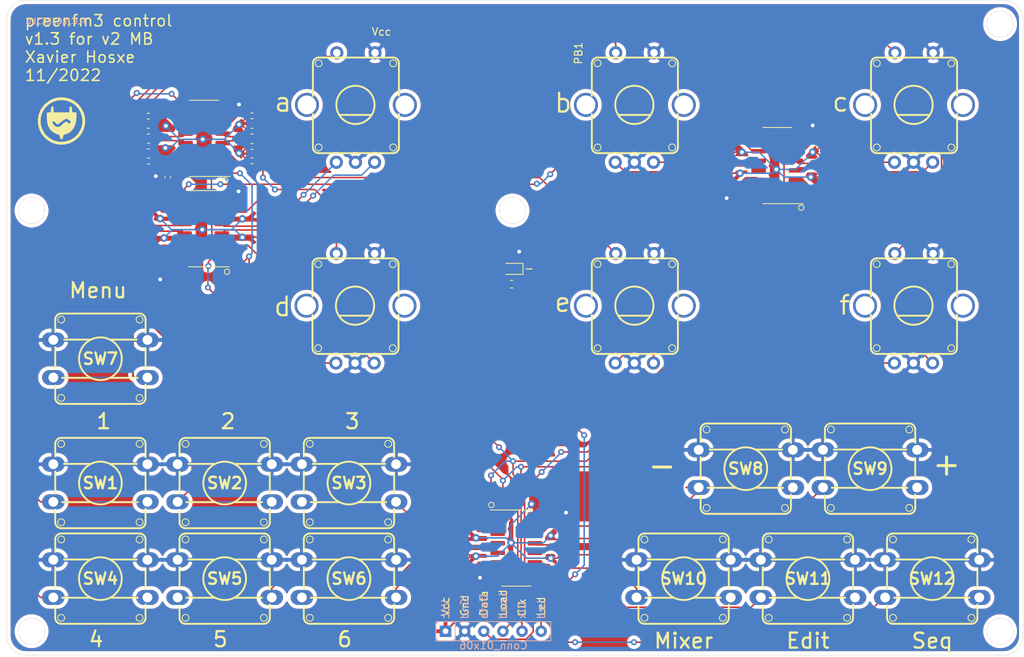
<source format=kicad_pcb>
(kicad_pcb (version 20171130) (host pcbnew "(5.1.8)-1")
  (title_block (title "preenfm3 controle board") (date 2019-11-28) (company "Xavier Hosxe"))
  (layers (0 F.Cu signal) (31 B.Cu signal) (34 B.Paste user) (35 F.Paste user) (36 B.SilkS user) (37 F.SilkS user) (38 B.Mask user) (39 F.Mask user) (44 Edge.Cuts user))
  (net 0 "")
  (net 1 GND)
  (net 2 VCC)
  (net 3 /h165_data)
  (net 4 /h165_load)
  (net 5 /h165_clk)
  (net 6 /h165_24)
  (net 7 /h165_23)
  (net 8 /h165_22)
  (net 9 /h165_21)
  (net 10 /h165_20)
  (net 11 /h165_19)
  (net 12 /h165_18)
  (net 13 /h165_17)
  (net 14 /H165_16)
  (net 15 /H165_15)
  (net 16 /H165_14)
  (net 17 /H165_13)
  (net 18 /H165_12)
  (net 19 /H165_11)
  (net 20 /H165_10)
  (net 21 /H165_9)
  (net 22 /H165_8)
  (net 23 /H165_7)
  (net 24 /H165_6)
  (net 25 /H165_5)
  (net 26 /H165_4)
  (net 27 /H165_3)
  (net 28 /H165_2)
  (net 29 /H165_1)
  (net 30 "Net-(U1-Pad7)")
  (net 31 "Net-(U1-Pad10)")
  (net 32 "Net-(U1-Pad9)")
  (net 33 "Net-(U2-Pad7)")
  (net 34 "Net-(U2-Pad9)")
  (net 35 "Net-(U3-Pad7)")
  (net 36 "Net-(D1-Pad2)")
  (net 37 /LED)
  (net 38 /EncBut1)
  (net 39 /EncBut2)
  (net 40 "Net-(U4-Pad10)")
  (net 41 "Net-(U4-Pad7)")
  (net 42 /EncBut3)
  (net 43 /EncBut4)
  (net 44 /EncBut5)
  (net 45 /EncBut6)
  (net 46 "Net-(R32-Pad2)")
  (net 47 "Net-(R33-Pad2)")
  (module A_PFM3:ControlBoard_2 (layer F.Cu) (at 135.382 62.23)
    (fp_text reference J1 hide)
    (fp_text value Conn_01x06 (at -2.54 57.15) (layer B.SilkS) (effects (justify mirror)))
    (fp_text user Clk (at 1.27 52.07 -90) (layer F.SilkS))
    (fp_text user Vcc (at -8.89 51.950952 -90) (layer F.SilkS))
    (fp_text user Gnd (at -6.35 51.831905 -90) (layer F.SilkS))
    (fp_text user Load (at -1.27 51.474762 -90) (layer F.SilkS))
    (fp_text user Led (at 3.81 51.950952 -90) (layer F.SilkS))
    (fp_text user Data (at -3.81 51.546191 -90) (layer F.SilkS))
    (fp_text user Led (at 3.81 52.363571 90) (layer B.SilkS) (effects (justify mirror)))
    (fp_text user Clk (at 1.27 52.482619 90) (layer B.SilkS) (effects (justify mirror)))
    (fp_text user Load (at -1.27 51.88738 90) (layer B.SilkS) (effects (justify mirror)))
    (fp_text user Data (at -3.81 51.958809 90) (layer B.SilkS) (effects (justify mirror)))
    (fp_text user Gnd (at -6.35 52.244523 90) (layer B.SilkS) (effects (justify mirror)))
    (fp_text user Vcc (at -8.89 52.363571 90) (layer B.SilkS) (effects (justify mirror)))
    (pad 6 thru_hole circle (at 3.81 55.245) (size 1.524 1.524) (drill 0.762) (layers *.Cu *.Mask) (net 37 /LED))
    (pad "" thru_hole circle (at 0 -0.635) (size 3.5 3.5) (drill 3.5) (layers *.Cu *.Mask))
    (pad "" thru_hole circle (at 64.77 -25.4) (size 3.5 3.5) (drill 3.5) (layers *.Cu *.Mask))
    (pad "" thru_hole circle (at -63.881 -0.635) (size 3.5 3.5) (drill 3.5) (layers *.Cu *.Mask))
    (pad "" thru_hole circle (at 64.77 55.245) (size 3.5 3.5) (drill 3.5) (layers *.Cu *.Mask))
    (pad "" thru_hole circle (at -63.881 55.245) (size 3.5 3.5) (drill 3.5) (layers *.Cu *.Mask))
    (pad 5 thru_hole circle (at 1.27 55.245) (size 1.524 1.524) (drill 0.762) (layers *.Cu *.Mask) (net 5 /h165_clk))
    (pad 4 thru_hole circle (at -1.27 55.245) (size 1.524 1.524) (drill 0.762) (layers *.Cu *.Mask) (net 4 /h165_load))
    (pad 3 thru_hole circle (at -3.81 55.245) (size 1.524 1.524) (drill 0.762) (layers *.Cu *.Mask) (net 3 /h165_data))
    (pad 2 thru_hole circle (at -6.35 55.245) (size 1.524 1.524) (drill 0.762) (layers *.Cu *.Mask) (net 1 GND))
    (pad 1 thru_hole rect (at -8.89 55.245) (size 1.524 1.524) (drill 0.762) (layers *.Cu *.Mask) (net 2 VCC))
  )
  (module A_PFM3:FMEncoder2_pfm3 (layer F.Cu) (at 188.711 74.295 180)
    (fp_text reference Enc6)
    (fp_text value f (at 9.1965 0.127) (layer F.SilkS) (effects (font (size 2.5 2.5) (thickness 0.3))))
    (pad S2 thru_hole circle (at 2.54 6.985 270) (size 1.75006 1.75006) (drill 1.00076) (layers *.Cu *.Mask) (net 45 /EncBut6))
    (pad S1 thru_hole circle (at -2.54 6.985 270) (size 1.75006 1.75006) (drill 1.00076) (layers *.Cu *.Mask) (net 1 GND))
    (pad "" thru_hole circle (at 6.49986 0.0635 270) (size 3.2004 3.2004) (drill 2.49936) (layers *.Cu *.Mask))
    (pad "" thru_hole circle (at -6.49986 0.0635 270) (size 3.2004 3.2004) (drill 2.49936) (layers *.Cu *.Mask))
    (pad B thru_hole circle (at 2.6035 -7.5565 270) (size 1.75006 1.75006) (drill 1.00076) (layers *.Cu *.Mask) (net 18 /H165_12))
    (pad C thru_hole circle (at 0.0635 -7.5565 270) (size 1.75006 1.75006) (drill 1.00076) (layers *.Cu *.Mask) (net 1 GND))
    (pad A thru_hole circle (at -2.4765 -7.5565 270) (size 1.75006 1.75006) (drill 1.00076) (layers *.Cu *.Mask) (net 19 /H165_11))
  )
  (module A_PFM3:FMEncoder2_pfm3 (layer F.Cu) (at 151.638 74.295 180)
    (fp_text reference Enc5)
    (fp_text value e (at 9.5885 0.508) (layer F.SilkS) (effects (font (size 2.5 2.5) (thickness 0.3))))
    (pad S2 thru_hole circle (at 2.54 6.985 270) (size 1.75006 1.75006) (drill 1.00076) (layers *.Cu *.Mask) (net 44 /EncBut5))
    (pad S1 thru_hole circle (at -2.54 6.985 270) (size 1.75006 1.75006) (drill 1.00076) (layers *.Cu *.Mask) (net 1 GND))
    (pad "" thru_hole circle (at 6.49986 0.0635 270) (size 3.2004 3.2004) (drill 2.49936) (layers *.Cu *.Mask))
    (pad "" thru_hole circle (at -6.49986 0.0635 270) (size 3.2004 3.2004) (drill 2.49936) (layers *.Cu *.Mask))
    (pad B thru_hole circle (at 2.6035 -7.5565 270) (size 1.75006 1.75006) (drill 1.00076) (layers *.Cu *.Mask) (net 16 /H165_14))
    (pad C thru_hole circle (at 0.0635 -7.5565 270) (size 1.75006 1.75006) (drill 1.00076) (layers *.Cu *.Mask) (net 1 GND))
    (pad A thru_hole circle (at -2.4765 -7.5565 270) (size 1.75006 1.75006) (drill 1.00076) (layers *.Cu *.Mask) (net 17 /H165_13))
  )
  (module A_PFM3:FMEncoder2_pfm3 (layer F.Cu) (at 114.53114 74.295 180)
    (fp_text reference Enc4)
    (fp_text value d (at 9.69264 -0.0635) (layer F.SilkS) (effects (font (size 2.5 2.5) (thickness 0.3))))
    (pad S2 thru_hole circle (at 2.54 6.985 270) (size 1.75006 1.75006) (drill 1.00076) (layers *.Cu *.Mask) (net 43 /EncBut4))
    (pad S1 thru_hole circle (at -2.54 6.985 270) (size 1.75006 1.75006) (drill 1.00076) (layers *.Cu *.Mask) (net 1 GND))
    (pad "" thru_hole circle (at 6.49986 0.0635 270) (size 3.2004 3.2004) (drill 2.49936) (layers *.Cu *.Mask))
    (pad "" thru_hole circle (at -6.49986 0.0635 270) (size 3.2004 3.2004) (drill 2.49936) (layers *.Cu *.Mask))
    (pad B thru_hole circle (at 2.6035 -7.5565 270) (size 1.75006 1.75006) (drill 1.00076) (layers *.Cu *.Mask) (net 10 /h165_20))
    (pad C thru_hole circle (at 0.0635 -7.5565 270) (size 1.75006 1.75006) (drill 1.00076) (layers *.Cu *.Mask) (net 1 GND))
    (pad A thru_hole circle (at -2.4765 -7.5565 270) (size 1.75006 1.75006) (drill 1.00076) (layers *.Cu *.Mask) (net 11 /h165_19))
  )
  (module A_PFM3:FMEncoder2_pfm3 (layer F.Cu) (at 188.722 47.625 180)
    (fp_text reference Enc3)
    (fp_text value c (at 9.779 0.4445) (layer F.SilkS) (effects (font (size 2.5 2.5) (thickness 0.3))))
    (pad S2 thru_hole circle (at 2.54 6.985 270) (size 1.75006 1.75006) (drill 1.00076) (layers *.Cu *.Mask) (net 42 /EncBut3))
    (pad S1 thru_hole circle (at -2.54 6.985 270) (size 1.75006 1.75006) (drill 1.00076) (layers *.Cu *.Mask) (net 1 GND))
    (pad "" thru_hole circle (at 6.49986 0.0635 270) (size 3.2004 3.2004) (drill 2.49936) (layers *.Cu *.Mask))
    (pad "" thru_hole circle (at -6.49986 0.0635 270) (size 3.2004 3.2004) (drill 2.49936) (layers *.Cu *.Mask))
    (pad B thru_hole circle (at 2.6035 -7.5565 270) (size 1.75006 1.75006) (drill 1.00076) (layers *.Cu *.Mask) (net 21 /H165_9))
    (pad C thru_hole circle (at 0.0635 -7.5565 270) (size 1.75006 1.75006) (drill 1.00076) (layers *.Cu *.Mask) (net 1 GND))
    (pad A thru_hole circle (at -2.4765 -7.5565 270) (size 1.75006 1.75006) (drill 1.00076) (layers *.Cu *.Mask) (net 20 /H165_10))
  )
  (module A_PFM3:FMEncoder2_pfm3 (layer F.Cu) (at 151.638 47.625 180)
    (fp_text reference Enc2)
    (fp_text value b (at 9.525 0.3175) (layer F.SilkS) (effects (font (size 2.5 2.5) (thickness 0.3))))
    (pad S2 thru_hole circle (at 2.54 6.985 270) (size 1.75006 1.75006) (drill 1.00076) (layers *.Cu *.Mask) (net 39 /EncBut2))
    (pad S1 thru_hole circle (at -2.54 6.985 270) (size 1.75006 1.75006) (drill 1.00076) (layers *.Cu *.Mask) (net 1 GND))
    (pad "" thru_hole circle (at 6.49986 0.0635 270) (size 3.2004 3.2004) (drill 2.49936) (layers *.Cu *.Mask))
    (pad "" thru_hole circle (at -6.49986 0.0635 270) (size 3.2004 3.2004) (drill 2.49936) (layers *.Cu *.Mask))
    (pad B thru_hole circle (at 2.6035 -7.5565 270) (size 1.75006 1.75006) (drill 1.00076) (layers *.Cu *.Mask) (net 15 /H165_15))
    (pad C thru_hole circle (at 0.0635 -7.5565 270) (size 1.75006 1.75006) (drill 1.00076) (layers *.Cu *.Mask) (net 1 GND))
    (pad A thru_hole circle (at -2.4765 -7.5565 270) (size 1.75006 1.75006) (drill 1.00076) (layers *.Cu *.Mask) (net 14 /H165_16))
  )
  (module A_PFM3:FMEncoder2_pfm3 (layer F.Cu) (at 114.586 47.625 180)
    (fp_text reference Enc1)
    (fp_text value a (at 9.684 0.4445) (layer F.SilkS) (effects (font (size 2.5 2.5) (thickness 0.3))))
    (pad S2 thru_hole circle (at 2.54 6.985 270) (size 1.75006 1.75006) (drill 1.00076) (layers *.Cu *.Mask) (net 38 /EncBut1))
    (pad S1 thru_hole circle (at -2.54 6.985 270) (size 1.75006 1.75006) (drill 1.00076) (layers *.Cu *.Mask) (net 1 GND))
    (pad "" thru_hole circle (at 6.49986 0.0635 270) (size 3.2004 3.2004) (drill 2.49936) (layers *.Cu *.Mask))
    (pad "" thru_hole circle (at -6.49986 0.0635 270) (size 3.2004 3.2004) (drill 2.49936) (layers *.Cu *.Mask))
    (pad B thru_hole circle (at 2.6035 -7.5565 270) (size 1.75006 1.75006) (drill 1.00076) (layers *.Cu *.Mask) (net 13 /h165_17))
    (pad C thru_hole circle (at 0.0635 -7.5565 270) (size 1.75006 1.75006) (drill 1.00076) (layers *.Cu *.Mask) (net 1 GND))
    (pad A thru_hole circle (at -2.4765 -7.5565 270) (size 1.75006 1.75006) (drill 1.00076) (layers *.Cu *.Mask) (net 12 /h165_18))
  )
  (module Package_SO:SOIC-16_3.9x9.9mm_P1.27mm (layer F.Cu) (at 94.4245 52.0065 180)
    (fp_text reference U4)
    (fp_text value 74hc165)
    (pad 16 smd roundrect (at 2.475 -4.445 180) (size 1.95 0.6) (layers F.Cu F.Paste F.Mask) (net 2 VCC))
    (pad 15 smd roundrect (at 2.475 -3.175 180) (size 1.95 0.6) (layers F.Cu F.Paste F.Mask) (net 1 GND))
    (pad 14 smd roundrect (at 2.475 -1.905 180) (size 1.95 0.6) (layers F.Cu F.Paste F.Mask) (net 45 /EncBut6))
    (pad 13 smd roundrect (at 2.475 -0.635 180) (size 1.95 0.6) (layers F.Cu F.Paste F.Mask) (net 42 /EncBut3))
    (pad 12 smd roundrect (at 2.475 0.635 180) (size 1.95 0.6) (layers F.Cu F.Paste F.Mask) (net 39 /EncBut2))
    (pad 11 smd roundrect (at 2.475 1.905 180) (size 1.95 0.6) (layers F.Cu F.Paste F.Mask) (net 38 /EncBut1))
    (pad 10 smd roundrect (at 2.475 3.175 180) (size 1.95 0.6) (layers F.Cu F.Paste F.Mask) (net 40 "Net-(U4-Pad10)"))
    (pad 9 smd roundrect (at 2.475 4.445 180) (size 1.95 0.6) (layers F.Cu F.Paste F.Mask) (net 31 "Net-(U1-Pad10)"))
    (pad 8 smd roundrect (at -2.475 4.445 180) (size 1.95 0.6) (layers F.Cu F.Paste F.Mask) (net 1 GND))
    (pad 7 smd roundrect (at -2.475 3.175 180) (size 1.95 0.6) (layers F.Cu F.Paste F.Mask) (net 41 "Net-(U4-Pad7)"))
    (pad 6 smd roundrect (at -2.475 1.905 180) (size 1.95 0.6) (layers F.Cu F.Paste F.Mask) (net 47 "Net-(R33-Pad2)"))
    (pad 5 smd roundrect (at -2.475 0.635 180) (size 1.95 0.6) (layers F.Cu F.Paste F.Mask) (net 46 "Net-(R32-Pad2)"))
    (pad 4 smd roundrect (at -2.475 -0.635 180) (size 1.95 0.6) (layers F.Cu F.Paste F.Mask) (net 44 /EncBut5))
    (pad 3 smd roundrect (at -2.475 -1.905 180) (size 1.95 0.6) (layers F.Cu F.Paste F.Mask) (net 43 /EncBut4))
    (pad 2 smd roundrect (at -2.475 -3.175 180) (size 1.95 0.6) (layers F.Cu F.Paste F.Mask) (net 5 /h165_clk))
    (pad 1 smd roundrect (at -2.475 -4.445 180) (size 1.95 0.6) (layers F.Cu F.Paste F.Mask) (net 4 /h165_load))
  )
  (module Resistor_SMD:R_0402_1005Metric (layer F.Cu) (at 100.7745 49.022)
    (fp_text reference R33)
    (fp_text value 10k)
    (pad 2 smd roundrect (at 0.51 0) (size 0.54 0.64) (layers F.Cu F.Paste F.Mask) (net 47 "Net-(R33-Pad2)"))
    (pad 1 smd roundrect (at -0.51 0) (size 0.54 0.64) (layers F.Cu F.Paste F.Mask) (net 2 VCC))
  )
  (module Resistor_SMD:R_0402_1005Metric (layer F.Cu) (at 100.7745 51.054)
    (fp_text reference R32)
    (fp_text value 10k)
    (pad 2 smd roundrect (at 0.51 0) (size 0.54 0.64) (layers F.Cu F.Paste F.Mask) (net 46 "Net-(R32-Pad2)"))
    (pad 1 smd roundrect (at -0.51 0) (size 0.54 0.64) (layers F.Cu F.Paste F.Mask) (net 2 VCC))
  )
  (module Resistor_SMD:R_0402_1005Metric (layer F.Cu) (at 100.7745 53.086)
    (fp_text reference R31)
    (fp_text value 10k)
    (pad 2 smd roundrect (at 0.51 0) (size 0.54 0.64) (layers F.Cu F.Paste F.Mask) (net 44 /EncBut5))
    (pad 1 smd roundrect (at -0.51 0) (size 0.54 0.64) (layers F.Cu F.Paste F.Mask) (net 2 VCC))
  )
  (module Resistor_SMD:R_0402_1005Metric (layer F.Cu) (at 100.7745 54.991)
    (fp_text reference R30)
    (fp_text value 10k)
    (pad 2 smd roundrect (at 0.51 0) (size 0.54 0.64) (layers F.Cu F.Paste F.Mask) (net 43 /EncBut4))
    (pad 1 smd roundrect (at -0.51 0) (size 0.54 0.64) (layers F.Cu F.Paste F.Mask) (net 2 VCC))
  )
  (module Resistor_SMD:R_0402_1005Metric (layer F.Cu) (at 87.0195 55.024 180)
    (fp_text reference R29)
    (fp_text value 10k)
    (pad 2 smd roundrect (at 0.51 0 180) (size 0.54 0.64) (layers F.Cu F.Paste F.Mask) (net 45 /EncBut6))
    (pad 1 smd roundrect (at -0.51 0 180) (size 0.54 0.64) (layers F.Cu F.Paste F.Mask) (net 2 VCC))
  )
  (module Resistor_SMD:R_0402_1005Metric (layer F.Cu) (at 87.0195 53.034 180)
    (fp_text reference R28)
    (fp_text value 10k)
    (pad 2 smd roundrect (at 0.51 0 180) (size 0.54 0.64) (layers F.Cu F.Paste F.Mask) (net 42 /EncBut3))
    (pad 1 smd roundrect (at -0.51 0 180) (size 0.54 0.64) (layers F.Cu F.Paste F.Mask) (net 2 VCC))
  )
  (module Resistor_SMD:R_0402_1005Metric (layer F.Cu) (at 87.0195 51.044 180)
    (fp_text reference R27)
    (fp_text value 10k)
    (pad 2 smd roundrect (at 0.51 0 180) (size 0.54 0.64) (layers F.Cu F.Paste F.Mask) (net 39 /EncBut2))
    (pad 1 smd roundrect (at -0.51 0 180) (size 0.54 0.64) (layers F.Cu F.Paste F.Mask) (net 2 VCC))
  )
  (module Resistor_SMD:R_0402_1005Metric (layer F.Cu) (at 87.0195 49.054 180)
    (fp_text reference R26)
    (fp_text value 10k)
    (pad 2 smd roundrect (at 0.51 0 180) (size 0.54 0.64) (layers F.Cu F.Paste F.Mask) (net 38 /EncBut1))
    (pad 1 smd roundrect (at -0.51 0 180) (size 0.54 0.64) (layers F.Cu F.Paste F.Mask) (net 2 VCC))
  )
  (module Capacitor_SMD:C_0402_1005Metric (layer F.Cu) (at 89.5985 57.15 90)
    (fp_text reference C4)
    (fp_text value 100nF)
    (pad 2 smd roundrect (at 0.48 0 90) (size 0.56 0.62) (layers F.Cu F.Paste F.Mask) (net 1 GND))
    (pad 1 smd roundrect (at -0.48 0 90) (size 0.56 0.62) (layers F.Cu F.Paste F.Mask) (net 2 VCC))
  )
  (module A_PFM3:FMButton2 (layer F.Cu) (at 182.88 95.885)
    (fp_text reference SW9 (at 0 0) (layer F.SilkS) (effects (font (size 1.524 1.524) (thickness 0.3048))))
    (fp_text value Push hide)
    (pad 2 thru_hole oval (at -6.25094 2.49936) (size 2.99974 1.99898) (drill 1.30048) (layers *.Cu *.Mask) (net 24 /H165_6))
    (pad 2 thru_hole oval (at 6.25094 2.49936) (size 2.99974 1.99898) (drill 1.30048) (layers *.Cu *.Mask) (net 24 /H165_6))
    (pad 1 thru_hole oval (at 6.25094 -2.49936) (size 2.99974 1.99898) (drill 1.30048) (layers *.Cu *.Mask) (net 1 GND))
    (pad 1 thru_hole oval (at -6.25094 -2.49936) (size 2.99974 1.99898) (drill 1.30048) (layers *.Cu *.Mask) (net 1 GND))
  )
  (module A_PFM3:FMButton2 (layer F.Cu) (at 80.645 81.28)
    (fp_text reference SW7 (at 0 0) (layer F.SilkS) (effects (font (size 1.524 1.524) (thickness 0.3048))))
    (fp_text value Push hide)
    (pad 2 thru_hole oval (at -6.25094 2.49936) (size 2.99974 1.99898) (drill 1.30048) (layers *.Cu *.Mask) (net 8 /h165_22))
    (pad 2 thru_hole oval (at 6.25094 2.49936) (size 2.99974 1.99898) (drill 1.30048) (layers *.Cu *.Mask) (net 8 /h165_22))
    (pad 1 thru_hole oval (at 6.25094 -2.49936) (size 2.99974 1.99898) (drill 1.30048) (layers *.Cu *.Mask) (net 1 GND))
    (pad 1 thru_hole oval (at -6.25094 -2.49936) (size 2.99974 1.99898) (drill 1.30048) (layers *.Cu *.Mask) (net 1 GND))
  )
  (module A_PFM3:FMButton2 (layer F.Cu) (at 191.135 110.49)
    (fp_text reference SW12 (at -0.035388 0) (layer F.SilkS) (effects (font (size 1.524 1.524) (thickness 0.3048))))
    (fp_text value Push hide)
    (pad 2 thru_hole oval (at -6.25094 2.49936) (size 2.99974 1.99898) (drill 1.30048) (layers *.Cu *.Mask) (net 29 /H165_1))
    (pad 2 thru_hole oval (at 6.25094 2.49936) (size 2.99974 1.99898) (drill 1.30048) (layers *.Cu *.Mask) (net 29 /H165_1))
    (pad 1 thru_hole oval (at 6.25094 -2.49936) (size 2.99974 1.99898) (drill 1.30048) (layers *.Cu *.Mask) (net 1 GND))
    (pad 1 thru_hole oval (at -6.25094 -2.49936) (size 2.99974 1.99898) (drill 1.30048) (layers *.Cu *.Mask) (net 1 GND))
  )
  (module A_PFM3:FMButton2 (layer F.Cu) (at 174.625 110.49)
    (fp_text reference SW11 (at 0 0) (layer F.SilkS) (effects (font (size 1.524 1.524) (thickness 0.3048))))
    (fp_text value Push hide)
    (pad 2 thru_hole oval (at -6.25094 2.49936) (size 2.99974 1.99898) (drill 1.30048) (layers *.Cu *.Mask) (net 22 /H165_8))
    (pad 2 thru_hole oval (at 6.25094 2.49936) (size 2.99974 1.99898) (drill 1.30048) (layers *.Cu *.Mask) (net 22 /H165_8))
    (pad 1 thru_hole oval (at 6.25094 -2.49936) (size 2.99974 1.99898) (drill 1.30048) (layers *.Cu *.Mask) (net 1 GND))
    (pad 1 thru_hole oval (at -6.25094 -2.49936) (size 2.99974 1.99898) (drill 1.30048) (layers *.Cu *.Mask) (net 1 GND))
  )
  (module A_PFM3:FMButton2 (layer F.Cu) (at 158.115 110.49)
    (fp_text reference SW10 (at 0 0) (layer F.SilkS) (effects (font (size 1.524 1.524) (thickness 0.3048))))
    (fp_text value Push hide)
    (pad 2 thru_hole oval (at -6.25094 2.49936) (size 2.99974 1.99898) (drill 1.30048) (layers *.Cu *.Mask) (net 23 /H165_7))
    (pad 2 thru_hole oval (at 6.25094 2.49936) (size 2.99974 1.99898) (drill 1.30048) (layers *.Cu *.Mask) (net 23 /H165_7))
    (pad 1 thru_hole oval (at 6.25094 -2.49936) (size 2.99974 1.99898) (drill 1.30048) (layers *.Cu *.Mask) (net 1 GND))
    (pad 1 thru_hole oval (at -6.25094 -2.49936) (size 2.99974 1.99898) (drill 1.30048) (layers *.Cu *.Mask) (net 1 GND))
  )
  (module A_PFM3:FMButton2 (layer F.Cu) (at 166.37 95.885)
    (fp_text reference SW8 (at 0 0) (layer F.SilkS) (effects (font (size 1.524 1.524) (thickness 0.3048))))
    (fp_text value Push hide)
    (pad 2 thru_hole oval (at -6.25094 2.49936) (size 2.99974 1.99898) (drill 1.30048) (layers *.Cu *.Mask) (net 25 /H165_5))
    (pad 2 thru_hole oval (at 6.25094 2.49936) (size 2.99974 1.99898) (drill 1.30048) (layers *.Cu *.Mask) (net 25 /H165_5))
    (pad 1 thru_hole oval (at 6.25094 -2.49936) (size 2.99974 1.99898) (drill 1.30048) (layers *.Cu *.Mask) (net 1 GND))
    (pad 1 thru_hole oval (at -6.25094 -2.49936) (size 2.99974 1.99898) (drill 1.30048) (layers *.Cu *.Mask) (net 1 GND))
  )
  (module A_PFM3:FMButton2 (layer F.Cu) (at 113.665 110.49)
    (fp_text reference SW6 (at 0 0) (layer F.SilkS) (effects (font (size 1.524 1.524) (thickness 0.3048))))
    (fp_text value Push hide)
    (pad 2 thru_hole oval (at -6.25094 2.49936) (size 2.99974 1.99898) (drill 1.30048) (layers *.Cu *.Mask) (net 28 /H165_2))
    (pad 2 thru_hole oval (at 6.25094 2.49936) (size 2.99974 1.99898) (drill 1.30048) (layers *.Cu *.Mask) (net 28 /H165_2))
    (pad 1 thru_hole oval (at 6.25094 -2.49936) (size 2.99974 1.99898) (drill 1.30048) (layers *.Cu *.Mask) (net 1 GND))
    (pad 1 thru_hole oval (at -6.25094 -2.49936) (size 2.99974 1.99898) (drill 1.30048) (layers *.Cu *.Mask) (net 1 GND))
  )
  (module A_PFM3:FMButton2 (layer F.Cu) (at 97.155 110.49)
    (fp_text reference SW5 (at 0 0) (layer F.SilkS) (effects (font (size 1.524 1.524) (thickness 0.3048))))
    (fp_text value Push hide)
    (pad 2 thru_hole oval (at -6.25094 2.49936) (size 2.99974 1.99898) (drill 1.30048) (layers *.Cu *.Mask) (net 27 /H165_3))
    (pad 2 thru_hole oval (at 6.25094 2.49936) (size 2.99974 1.99898) (drill 1.30048) (layers *.Cu *.Mask) (net 27 /H165_3))
    (pad 1 thru_hole oval (at 6.25094 -2.49936) (size 2.99974 1.99898) (drill 1.30048) (layers *.Cu *.Mask) (net 1 GND))
    (pad 1 thru_hole oval (at -6.25094 -2.49936) (size 2.99974 1.99898) (drill 1.30048) (layers *.Cu *.Mask) (net 1 GND))
  )
  (module A_PFM3:FMButton2 (layer F.Cu) (at 80.645 110.49)
    (fp_text reference SW4 (at 0 0) (layer F.SilkS) (effects (font (size 1.524 1.524) (thickness 0.3048))))
    (fp_text value Push hide)
    (pad 2 thru_hole oval (at -6.25094 2.49936) (size 2.99974 1.99898) (drill 1.30048) (layers *.Cu *.Mask) (net 6 /h165_24))
    (pad 2 thru_hole oval (at 6.25094 2.49936) (size 2.99974 1.99898) (drill 1.30048) (layers *.Cu *.Mask) (net 6 /h165_24))
    (pad 1 thru_hole oval (at 6.25094 -2.49936) (size 2.99974 1.99898) (drill 1.30048) (layers *.Cu *.Mask) (net 1 GND))
    (pad 1 thru_hole oval (at -6.25094 -2.49936) (size 2.99974 1.99898) (drill 1.30048) (layers *.Cu *.Mask) (net 1 GND))
  )
  (module A_PFM3:FMButton2 (layer F.Cu) (at 113.665 97.79)
    (fp_text reference SW3 (at 0 0) (layer F.SilkS) (effects (font (size 1.524 1.524) (thickness 0.3048))))
    (fp_text value Push hide)
    (pad 2 thru_hole oval (at -6.25094 2.49936) (size 2.99974 1.99898) (drill 1.30048) (layers *.Cu *.Mask) (net 26 /H165_4))
    (pad 2 thru_hole oval (at 6.25094 2.49936) (size 2.99974 1.99898) (drill 1.30048) (layers *.Cu *.Mask) (net 26 /H165_4))
    (pad 1 thru_hole oval (at 6.25094 -2.49936) (size 2.99974 1.99898) (drill 1.30048) (layers *.Cu *.Mask) (net 1 GND))
    (pad 1 thru_hole oval (at -6.25094 -2.49936) (size 2.99974 1.99898) (drill 1.30048) (layers *.Cu *.Mask) (net 1 GND))
  )
  (module A_PFM3:FMButton2 (layer F.Cu) (at 97.155 97.79)
    (fp_text reference SW2 (at 0 0) (layer F.SilkS) (effects (font (size 1.524 1.524) (thickness 0.3048))))
    (fp_text value Push hide)
    (pad 2 thru_hole oval (at -6.25094 2.49936) (size 2.99974 1.99898) (drill 1.30048) (layers *.Cu *.Mask) (net 9 /h165_21))
    (pad 2 thru_hole oval (at 6.25094 2.49936) (size 2.99974 1.99898) (drill 1.30048) (layers *.Cu *.Mask) (net 9 /h165_21))
    (pad 1 thru_hole oval (at 6.25094 -2.49936) (size 2.99974 1.99898) (drill 1.30048) (layers *.Cu *.Mask) (net 1 GND))
    (pad 1 thru_hole oval (at -6.25094 -2.49936) (size 2.99974 1.99898) (drill 1.30048) (layers *.Cu *.Mask) (net 1 GND))
  )
  (module A_PFM3:FMButton2 (layer F.Cu) (at 80.645 97.79)
    (fp_text reference SW1 (at 0 0) (layer F.SilkS) (effects (font (size 1.524 1.524) (thickness 0.3048))))
    (fp_text value Push hide)
    (pad 2 thru_hole oval (at -6.25094 2.49936) (size 2.99974 1.99898) (drill 1.30048) (layers *.Cu *.Mask) (net 7 /h165_23))
    (pad 2 thru_hole oval (at 6.25094 2.49936) (size 2.99974 1.99898) (drill 1.30048) (layers *.Cu *.Mask) (net 7 /h165_23))
    (pad 1 thru_hole oval (at 6.25094 -2.49936) (size 2.99974 1.99898) (drill 1.30048) (layers *.Cu *.Mask) (net 1 GND))
    (pad 1 thru_hole oval (at -6.25094 -2.49936) (size 2.99974 1.99898) (drill 1.30048) (layers *.Cu *.Mask) (net 1 GND))
  )
  (module A_PFM3:JLCJLC (layer B.Cu) (at 74.93 36.322)
    (fp_text reference JLC1)
    (fp_text value JLCJLCJLCJLC)
    (fp_text user JLCJLCJLCJLC (at -0.127 0.127) (layer B.SilkS) (effects (font (size 0.8 0.8)) (justify mirror)))
  )
  (module A_PFM3:pfm2_logo (layer F.Cu) (at 75.438 49.657)
    (fp_text reference L1 hide)
    (fp_text value Logo hide)
  )
  (module Resistor_SMD:R_0603_1608Metric (layer F.Cu) (at 135.255 71.374 180)
    (fp_text reference R1)
    (fp_text value 470)
    (pad 2 smd roundrect (at 0.7875 0 180) (size 0.875 0.95) (layers F.Cu F.Paste F.Mask) (net 36 "Net-(D1-Pad2)"))
    (pad 1 smd roundrect (at -0.7875 0 180) (size 0.875 0.95) (layers F.Cu F.Paste F.Mask) (net 37 /LED))
  )
  (module LED_SMD:LED_0603_1608Metric (layer F.Cu) (at 135.288001 69.342 180)
    (fp_text reference D1)
    (fp_text value LED)
    (pad 2 smd roundrect (at 0.7875 0 180) (size 0.875 0.95) (layers F.Cu F.Paste F.Mask) (net 36 "Net-(D1-Pad2)"))
    (pad 1 smd roundrect (at -0.7875 0 180) (size 0.875 0.95) (layers F.Cu F.Paste F.Mask) (net 1 GND))
  )
  (module Resistor_SMD:R_0402_1005Metric (layer F.Cu) (at 128.547 109.093 180)
    (fp_text reference R25)
    (fp_text value 10k)
    (pad 2 smd roundrect (at 0.485 0 180) (size 0.59 0.64) (layers F.Cu F.Paste F.Mask) (net 29 /H165_1))
    (pad 1 smd roundrect (at -0.485 0 180) (size 0.59 0.64) (layers F.Cu F.Paste F.Mask) (net 2 VCC))
  )
  (module Resistor_SMD:R_0402_1005Metric (layer F.Cu) (at 128.547 107.315 180)
    (fp_text reference R24)
    (fp_text value 10k)
    (pad 2 smd roundrect (at 0.485 0 180) (size 0.59 0.64) (layers F.Cu F.Paste F.Mask) (net 28 /H165_2))
    (pad 1 smd roundrect (at -0.485 0 180) (size 0.59 0.64) (layers F.Cu F.Paste F.Mask) (net 2 VCC))
  )
  (module Resistor_SMD:R_0402_1005Metric (layer F.Cu) (at 128.524 105.283 180)
    (fp_text reference R23)
    (fp_text value 10k)
    (pad 2 smd roundrect (at 0.485 0 180) (size 0.59 0.64) (layers F.Cu F.Paste F.Mask) (net 27 /H165_3))
    (pad 1 smd roundrect (at -0.485 0 180) (size 0.59 0.64) (layers F.Cu F.Paste F.Mask) (net 2 VCC))
  )
  (module Resistor_SMD:R_0402_1005Metric (layer F.Cu) (at 128.524 103.505 180)
    (fp_text reference R22)
    (fp_text value 10k)
    (pad 2 smd roundrect (at 0.485 0 180) (size 0.59 0.64) (layers F.Cu F.Paste F.Mask) (net 26 /H165_4))
    (pad 1 smd roundrect (at -0.485 0 180) (size 0.59 0.64) (layers F.Cu F.Paste F.Mask) (net 2 VCC))
  )
  (module Resistor_SMD:R_0402_1005Metric (layer F.Cu) (at 142.24 103.505)
    (fp_text reference R21)
    (fp_text value 10k)
    (pad 2 smd roundrect (at 0.485 0) (size 0.59 0.64) (layers F.Cu F.Paste F.Mask) (net 25 /H165_5))
    (pad 1 smd roundrect (at -0.485 0) (size 0.59 0.64) (layers F.Cu F.Paste F.Mask) (net 2 VCC))
  )
  (module Resistor_SMD:R_0402_1005Metric (layer F.Cu) (at 142.24 105.283)
    (fp_text reference R20)
    (fp_text value 10k)
    (pad 2 smd roundrect (at 0.485 0) (size 0.59 0.64) (layers F.Cu F.Paste F.Mask) (net 24 /H165_6))
    (pad 1 smd roundrect (at -0.485 0) (size 0.59 0.64) (layers F.Cu F.Paste F.Mask) (net 2 VCC))
  )
  (module Resistor_SMD:R_0402_1005Metric (layer F.Cu) (at 142.24 107.315)
    (fp_text reference R19)
    (fp_text value 10k)
    (pad 2 smd roundrect (at 0.485 0) (size 0.59 0.64) (layers F.Cu F.Paste F.Mask) (net 23 /H165_7))
    (pad 1 smd roundrect (at -0.485 0) (size 0.59 0.64) (layers F.Cu F.Paste F.Mask) (net 2 VCC))
  )
  (module Resistor_SMD:R_0402_1005Metric (layer F.Cu) (at 142.24 109.093)
    (fp_text reference R18)
    (fp_text value 10k)
    (pad 2 smd roundrect (at 0.485 0) (size 0.59 0.64) (layers F.Cu F.Paste F.Mask) (net 22 /H165_8))
    (pad 1 smd roundrect (at -0.485 0) (size 0.59 0.64) (layers F.Cu F.Paste F.Mask) (net 2 VCC))
  )
  (module Resistor_SMD:R_0402_1005Metric (layer F.Cu) (at 177.038 52.832)
    (fp_text reference R17)
    (fp_text value 10k)
    (pad 2 smd roundrect (at 0.485 0) (size 0.59 0.64) (layers F.Cu F.Paste F.Mask) (net 21 /H165_9))
    (pad 1 smd roundrect (at -0.485 0) (size 0.59 0.64) (layers F.Cu F.Paste F.Mask) (net 2 VCC))
  )
  (module Resistor_SMD:R_0402_1005Metric (layer F.Cu) (at 177.038 54.61)
    (fp_text reference R16)
    (fp_text value 10k)
    (pad 2 smd roundrect (at 0.485 0) (size 0.59 0.64) (layers F.Cu F.Paste F.Mask) (net 20 /H165_10))
    (pad 1 smd roundrect (at -0.485 0) (size 0.59 0.64) (layers F.Cu F.Paste F.Mask) (net 2 VCC))
  )
  (module Resistor_SMD:R_0402_1005Metric (layer F.Cu) (at 177.038 56.642)
    (fp_text reference R15)
    (fp_text value 10k)
    (pad 2 smd roundrect (at 0.485 0) (size 0.59 0.64) (layers F.Cu F.Paste F.Mask) (net 19 /H165_11))
    (pad 1 smd roundrect (at -0.485 0) (size 0.59 0.64) (layers F.Cu F.Paste F.Mask) (net 2 VCC))
  )
  (module Resistor_SMD:R_0402_1005Metric (layer F.Cu) (at 177.038 58.42)
    (fp_text reference R14)
    (fp_text value 10k)
    (pad 2 smd roundrect (at 0.485 0) (size 0.59 0.64) (layers F.Cu F.Paste F.Mask) (net 18 /H165_12))
    (pad 1 smd roundrect (at -0.485 0) (size 0.59 0.64) (layers F.Cu F.Paste F.Mask) (net 2 VCC))
  )
  (module Resistor_SMD:R_0402_1005Metric (layer F.Cu) (at 163.83 58.166 180)
    (fp_text reference R13)
    (fp_text value 10k)
    (pad 2 smd roundrect (at 0.485 0 180) (size 0.59 0.64) (layers F.Cu F.Paste F.Mask) (net 17 /H165_13))
    (pad 1 smd roundrect (at -0.485 0 180) (size 0.59 0.64) (layers F.Cu F.Paste F.Mask) (net 2 VCC))
  )
  (module Resistor_SMD:R_0402_1005Metric (layer F.Cu) (at 163.807 56.388 180)
    (fp_text reference R12)
    (fp_text value 10k)
    (pad 2 smd roundrect (at 0.485 0 180) (size 0.59 0.64) (layers F.Cu F.Paste F.Mask) (net 16 /H165_14))
    (pad 1 smd roundrect (at -0.485 0 180) (size 0.59 0.64) (layers F.Cu F.Paste F.Mask) (net 2 VCC))
  )
  (module Resistor_SMD:R_0402_1005Metric (layer F.Cu) (at 163.853 54.356 180)
    (fp_text reference R11)
    (fp_text value 10k)
    (pad 2 smd roundrect (at 0.485 0 180) (size 0.59 0.64) (layers F.Cu F.Paste F.Mask) (net 15 /H165_15))
    (pad 1 smd roundrect (at -0.485 0 180) (size 0.59 0.64) (layers F.Cu F.Paste F.Mask) (net 2 VCC))
  )
  (module Resistor_SMD:R_0402_1005Metric (layer F.Cu) (at 163.83 52.578 180)
    (fp_text reference R10)
    (fp_text value 10k)
    (pad 2 smd roundrect (at 0.485 0 180) (size 0.59 0.64) (layers F.Cu F.Paste F.Mask) (net 14 /H165_16))
    (pad 1 smd roundrect (at -0.485 0 180) (size 0.59 0.64) (layers F.Cu F.Paste F.Mask) (net 2 VCC))
  )
  (module Resistor_SMD:R_0402_1005Metric (layer F.Cu) (at 102.2985 61.087)
    (fp_text reference R9)
    (fp_text value 10k)
    (pad 2 smd roundrect (at 0.485 0) (size 0.59 0.64) (layers F.Cu F.Paste F.Mask) (net 13 /h165_17))
    (pad 1 smd roundrect (at -0.485 0) (size 0.59 0.64) (layers F.Cu F.Paste F.Mask) (net 2 VCC))
  )
  (module Resistor_SMD:R_0402_1005Metric (layer F.Cu) (at 102.2985 62.865)
    (fp_text reference R8)
    (fp_text value 10k)
    (pad 2 smd roundrect (at 0.485 0) (size 0.59 0.64) (layers F.Cu F.Paste F.Mask) (net 12 /h165_18))
    (pad 1 smd roundrect (at -0.485 0) (size 0.59 0.64) (layers F.Cu F.Paste F.Mask) (net 2 VCC))
  )
  (module Resistor_SMD:R_0402_1005Metric (layer F.Cu) (at 102.2755 64.897)
    (fp_text reference R7)
    (fp_text value 10k)
    (pad 2 smd roundrect (at 0.485 0) (size 0.59 0.64) (layers F.Cu F.Paste F.Mask) (net 11 /h165_19))
    (pad 1 smd roundrect (at -0.485 0) (size 0.59 0.64) (layers F.Cu F.Paste F.Mask) (net 2 VCC))
  )
  (module Resistor_SMD:R_0402_1005Metric (layer F.Cu) (at 102.2985 66.675)
    (fp_text reference R6)
    (fp_text value 10k)
    (pad 2 smd roundrect (at 0.485 0) (size 0.59 0.64) (layers F.Cu F.Paste F.Mask) (net 10 /h165_20))
    (pad 1 smd roundrect (at -0.485 0) (size 0.59 0.64) (layers F.Cu F.Paste F.Mask) (net 2 VCC))
  )
  (module Resistor_SMD:R_0402_1005Metric (layer F.Cu) (at 86.5505 66.929 180)
    (fp_text reference R5)
    (fp_text value 10k)
    (pad 2 smd roundrect (at 0.485 0 180) (size 0.59 0.64) (layers F.Cu F.Paste F.Mask) (net 9 /h165_21))
    (pad 1 smd roundrect (at -0.485 0 180) (size 0.59 0.64) (layers F.Cu F.Paste F.Mask) (net 2 VCC))
  )
  (module Resistor_SMD:R_0402_1005Metric (layer F.Cu) (at 86.5505 65.151 180)
    (fp_text reference R4)
    (fp_text value 10k)
    (pad 2 smd roundrect (at 0.485 0 180) (size 0.59 0.64) (layers F.Cu F.Paste F.Mask) (net 8 /h165_22))
    (pad 1 smd roundrect (at -0.485 0 180) (size 0.59 0.64) (layers F.Cu F.Paste F.Mask) (net 2 VCC))
  )
  (module Resistor_SMD:R_0402_1005Metric (layer F.Cu) (at 86.5505 62.865 180)
    (fp_text reference R3)
    (fp_text value 10k)
    (pad 2 smd roundrect (at 0.485 0 180) (size 0.59 0.64) (layers F.Cu F.Paste F.Mask) (net 7 /h165_23))
    (pad 1 smd roundrect (at -0.485 0 180) (size 0.59 0.64) (layers F.Cu F.Paste F.Mask) (net 2 VCC))
  )
  (module Resistor_SMD:R_0402_1005Metric (layer F.Cu) (at 86.5505 61.087 180)
    (fp_text reference R2)
    (fp_text value 10k)
    (pad 2 smd roundrect (at 0.485 0 180) (size 0.59 0.64) (layers F.Cu F.Paste F.Mask) (net 6 /h165_24))
    (pad 1 smd roundrect (at -0.485 0 180) (size 0.59 0.64) (layers F.Cu F.Paste F.Mask) (net 2 VCC))
  )
  (module Package_SO:SOIC-16_3.9x9.9mm_P1.27mm (layer F.Cu) (at 135.89 106.426)
    (fp_text reference U3)
    (fp_text value 74hc165)
    (pad 16 smd roundrect (at 2.475 -4.445) (size 1.95 0.6) (layers F.Cu F.Paste F.Mask) (net 2 VCC))
    (pad 15 smd roundrect (at 2.475 -3.175) (size 1.95 0.6) (layers F.Cu F.Paste F.Mask) (net 1 GND))
    (pad 14 smd roundrect (at 2.475 -1.905) (size 1.95 0.6) (layers F.Cu F.Paste F.Mask) (net 25 /H165_5))
    (pad 13 smd roundrect (at 2.475 -0.635) (size 1.95 0.6) (layers F.Cu F.Paste F.Mask) (net 24 /H165_6))
    (pad 12 smd roundrect (at 2.475 0.635) (size 1.95 0.6) (layers F.Cu F.Paste F.Mask) (net 23 /H165_7))
    (pad 11 smd roundrect (at 2.475 1.905) (size 1.95 0.6) (layers F.Cu F.Paste F.Mask) (net 22 /H165_8))
    (pad 10 smd roundrect (at 2.475 3.175) (size 1.95 0.6) (layers F.Cu F.Paste F.Mask) (net 34 "Net-(U2-Pad9)"))
    (pad 9 smd roundrect (at 2.475 4.445) (size 1.95 0.6) (layers F.Cu F.Paste F.Mask) (net 3 /h165_data))
    (pad 8 smd roundrect (at -2.475 4.445) (size 1.95 0.6) (layers F.Cu F.Paste F.Mask) (net 1 GND))
    (pad 7 smd roundrect (at -2.475 3.175) (size 1.95 0.6) (layers F.Cu F.Paste F.Mask) (net 35 "Net-(U3-Pad7)"))
    (pad 6 smd roundrect (at -2.475 1.905) (size 1.95 0.6) (layers F.Cu F.Paste F.Mask) (net 29 /H165_1))
    (pad 5 smd roundrect (at -2.475 0.635) (size 1.95 0.6) (layers F.Cu F.Paste F.Mask) (net 28 /H165_2))
    (pad 4 smd roundrect (at -2.475 -0.635) (size 1.95 0.6) (layers F.Cu F.Paste F.Mask) (net 27 /H165_3))
    (pad 3 smd roundrect (at -2.475 -1.905) (size 1.95 0.6) (layers F.Cu F.Paste F.Mask) (net 26 /H165_4))
    (pad 2 smd roundrect (at -2.475 -3.175) (size 1.95 0.6) (layers F.Cu F.Paste F.Mask) (net 5 /h165_clk))
    (pad 1 smd roundrect (at -2.475 -4.445) (size 1.95 0.6) (layers F.Cu F.Paste F.Mask) (net 4 /h165_load))
  )
  (module Package_SO:SOIC-16_3.9x9.9mm_P1.27mm (layer F.Cu) (at 170.561 55.626 180)
    (fp_text reference U2)
    (fp_text value 74hc165)
    (pad 16 smd roundrect (at 2.475 -4.445 180) (size 1.95 0.6) (layers F.Cu F.Paste F.Mask) (net 2 VCC))
    (pad 15 smd roundrect (at 2.475 -3.175 180) (size 1.95 0.6) (layers F.Cu F.Paste F.Mask) (net 1 GND))
    (pad 14 smd roundrect (at 2.475 -1.905 180) (size 1.95 0.6) (layers F.Cu F.Paste F.Mask) (net 17 /H165_13))
    (pad 13 smd roundrect (at 2.475 -0.635 180) (size 1.95 0.6) (layers F.Cu F.Paste F.Mask) (net 16 /H165_14))
    (pad 12 smd roundrect (at 2.475 0.635 180) (size 1.95 0.6) (layers F.Cu F.Paste F.Mask) (net 15 /H165_15))
    (pad 11 smd roundrect (at 2.475 1.905 180) (size 1.95 0.6) (layers F.Cu F.Paste F.Mask) (net 14 /H165_16))
    (pad 10 smd roundrect (at 2.475 3.175 180) (size 1.95 0.6) (layers F.Cu F.Paste F.Mask) (net 32 "Net-(U1-Pad9)"))
    (pad 9 smd roundrect (at 2.475 4.445 180) (size 1.95 0.6) (layers F.Cu F.Paste F.Mask) (net 34 "Net-(U2-Pad9)"))
    (pad 8 smd roundrect (at -2.475 4.445 180) (size 1.95 0.6) (layers F.Cu F.Paste F.Mask) (net 1 GND))
    (pad 7 smd roundrect (at -2.475 3.175 180) (size 1.95 0.6) (layers F.Cu F.Paste F.Mask) (net 33 "Net-(U2-Pad7)"))
    (pad 6 smd roundrect (at -2.475 1.905 180) (size 1.95 0.6) (layers F.Cu F.Paste F.Mask) (net 21 /H165_9))
    (pad 5 smd roundrect (at -2.475 0.635 180) (size 1.95 0.6) (layers F.Cu F.Paste F.Mask) (net 20 /H165_10))
    (pad 4 smd roundrect (at -2.475 -0.635 180) (size 1.95 0.6) (layers F.Cu F.Paste F.Mask) (net 19 /H165_11))
    (pad 3 smd roundrect (at -2.475 -1.905 180) (size 1.95 0.6) (layers F.Cu F.Paste F.Mask) (net 18 /H165_12))
    (pad 2 smd roundrect (at -2.475 -3.175 180) (size 1.95 0.6) (layers F.Cu F.Paste F.Mask) (net 5 /h165_clk))
    (pad 1 smd roundrect (at -2.475 -4.445 180) (size 1.95 0.6) (layers F.Cu F.Paste F.Mask) (net 4 /h165_load))
  )
  (module Package_SO:SOIC-16_3.9x9.9mm_P1.27mm (layer F.Cu) (at 94.2975 64.008 180)
    (fp_text reference U1)
    (fp_text value 74hc165)
    (pad 16 smd roundrect (at 2.475 -4.445 180) (size 1.95 0.6) (layers F.Cu F.Paste F.Mask) (net 2 VCC))
    (pad 15 smd roundrect (at 2.475 -3.175 180) (size 1.95 0.6) (layers F.Cu F.Paste F.Mask) (net 1 GND))
    (pad 14 smd roundrect (at 2.475 -1.905 180) (size 1.95 0.6) (layers F.Cu F.Paste F.Mask) (net 9 /h165_21))
    (pad 13 smd roundrect (at 2.475 -0.635 180) (size 1.95 0.6) (layers F.Cu F.Paste F.Mask) (net 8 /h165_22))
    (pad 12 smd roundrect (at 2.475 0.635 180) (size 1.95 0.6) (layers F.Cu F.Paste F.Mask) (net 7 /h165_23))
    (pad 11 smd roundrect (at 2.475 1.905 180) (size 1.95 0.6) (layers F.Cu F.Paste F.Mask) (net 6 /h165_24))
    (pad 10 smd roundrect (at 2.475 3.175 180) (size 1.95 0.6) (layers F.Cu F.Paste F.Mask) (net 31 "Net-(U1-Pad10)"))
    (pad 9 smd roundrect (at 2.475 4.445 180) (size 1.95 0.6) (layers F.Cu F.Paste F.Mask) (net 32 "Net-(U1-Pad9)"))
    (pad 8 smd roundrect (at -2.475 4.445 180) (size 1.95 0.6) (layers F.Cu F.Paste F.Mask) (net 1 GND))
    (pad 7 smd roundrect (at -2.475 3.175 180) (size 1.95 0.6) (layers F.Cu F.Paste F.Mask) (net 30 "Net-(U1-Pad7)"))
    (pad 6 smd roundrect (at -2.475 1.905 180) (size 1.95 0.6) (layers F.Cu F.Paste F.Mask) (net 13 /h165_17))
    (pad 5 smd roundrect (at -2.475 0.635 180) (size 1.95 0.6) (layers F.Cu F.Paste F.Mask) (net 12 /h165_18))
    (pad 4 smd roundrect (at -2.475 -0.635 180) (size 1.95 0.6) (layers F.Cu F.Paste F.Mask) (net 11 /h165_19))
    (pad 3 smd roundrect (at -2.475 -1.905 180) (size 1.95 0.6) (layers F.Cu F.Paste F.Mask) (net 10 /h165_20))
    (pad 2 smd roundrect (at -2.475 -3.175 180) (size 1.95 0.6) (layers F.Cu F.Paste F.Mask) (net 5 /h165_clk))
    (pad 1 smd roundrect (at -2.475 -4.445 180) (size 1.95 0.6) (layers F.Cu F.Paste F.Mask) (net 4 /h165_load))
  )
  (module Capacitor_SMD:C_0402_1005Metric (layer F.Cu) (at 89.3445 68.707 90)
    (fp_text reference C3)
    (fp_text value 100nF)
    (pad 2 smd roundrect (at 0.485 0 90) (size 0.59 0.64) (layers F.Cu F.Paste F.Mask) (net 1 GND))
    (pad 1 smd roundrect (at -0.485 0 90) (size 0.59 0.64) (layers F.Cu F.Paste F.Mask) (net 2 VCC))
  )
  (module Capacitor_SMD:C_0402_1005Metric (layer F.Cu) (at 140.97 101.242 270)
    (fp_text reference C2)
    (fp_text value 100nF)
    (pad 2 smd roundrect (at 0.485 0 270) (size 0.59 0.64) (layers F.Cu F.Paste F.Mask) (net 1 GND))
    (pad 1 smd roundrect (at -0.485 0 270) (size 0.59 0.64) (layers F.Cu F.Paste F.Mask) (net 2 VCC))
  )
  (module Capacitor_SMD:C_0402_1005Metric (layer F.Cu) (at 165.481 60.198 90)
    (fp_text reference C1)
    (fp_text value 100nF)
    (pad 2 smd roundrect (at 0.485 0 90) (size 0.59 0.64) (layers F.Cu F.Paste F.Mask) (net 1 GND))
    (pad 1 smd roundrect (at -0.485 0 90) (size 0.59 0.64) (layers F.Cu F.Paste F.Mask) (net 2 VCC))
  )
  (gr_text PB1 (at 144.145 40.7035 90) (layer F.SilkS) (effects (font (size 1 1))))
  (gr_circle (center 97.2185 57.5945) (end 97.4725 57.8485) (layer F.SilkS) (width 0.12))
  (gr_text "Vcc\n" (at 117.983 37.846) (layer F.SilkS) (effects (font (size 1 1))))
  (gr_text - (at 137.6045 69.2785) (layer F.SilkS) (effects (font (size 1 1))))
  (gr_text - (at 155.2575 95.4405) (layer F.SilkS) (effects (font (size 3 3) (thickness 0.4))))
  (gr_text Menu (at 80.3275 72.1995) (layer F.SilkS) (effects (font (size 2 2) (thickness 0.3))))
  (gr_circle (center 97.4725 69.723) (end 97.7265 69.977) (layer F.SilkS) (width 0.12))
  (gr_circle (center 173.736 61.214) (end 173.99 61.468) (layer F.SilkS) (width 0.12))
  (gr_circle (center 132.588 100.711) (end 132.842 100.965) (layer F.SilkS) (width 0.12))
  (gr_text 5 (at 96.5835 118.5545) (layer F.SilkS) (effects (font (size 2 2) (thickness 0.3))))
  (gr_text 4 (at 80.0735 118.5545) (layer F.SilkS) (effects (font (size 2 2) (thickness 0.3))))
  (gr_text 6 (at 113.0935 118.5545) (layer F.SilkS) (effects (font (size 2 2) (thickness 0.3))))
  (gr_text 2 (at 97.5995 89.5985) (layer F.SilkS) (effects (font (size 2 2) (thickness 0.3))))
  (gr_text 1 (at 81.0895 89.5985) (layer F.SilkS) (effects (font (size 2 2) (thickness 0.3))))
  (gr_text 3 (at 114.1095 89.5985) (layer F.SilkS) (effects (font (size 2 2) (thickness 0.3))))
  (gr_text + (at 193.04 95.25) (layer F.SilkS) (effects (font (size 3 3) (thickness 0.4))))
  (gr_text Seq (at 191.135 118.745) (layer F.SilkS) (effects (font (size 2 2) (thickness 0.3))))
  (gr_text Edit (at 174.625 118.745) (layer F.SilkS) (effects (font (size 2 2) (thickness 0.3))))
  (gr_text Mixer (at 158.115 118.745) (layer F.SilkS) (effects (font (size 2 2) (thickness 0.3))))
  (gr_text "preenfm3 control \nv1.3 for v2 MB\nXavier Hosxe\n11/2022" (at 70.485 40.005) (layer F.SilkS) (effects (font (size 1.5 1.5) (thickness 0.2)) (justify left)))
  (gr_line (start 70.739 120.65) (end 200.66 120.65) (layer Edge.Cuts) (width 0.05))
  (gr_line (start 68.199 36.195) (end 68.199 118.11) (layer Edge.Cuts) (width 0.05))
  (gr_line (start 200.66 33.655) (end 70.739 33.655) (layer Edge.Cuts) (width 0.05))
  (gr_line (start 203.2 118.11) (end 203.2 36.195) (layer Edge.Cuts) (width 0.05))
  (gr_arc (start 200.66 118.11) (end 200.66 120.65) (angle -90) (layer Edge.Cuts) (width 0.05))
  (gr_arc (start 200.66 36.195) (end 203.2 36.195) (angle -90) (layer Edge.Cuts) (width 0.05))
  (gr_arc (start 70.739 36.195) (end 70.739 33.655) (angle -90) (layer Edge.Cuts) (width 0.05))
  (gr_arc (start 70.739 118.11) (end 68.199 118.11) (angle -90) (layer Edge.Cuts) (width 0.05))
  (segment (start 90.8475 67.183) (end 91.8225 67.183) (width 0.2) (layer F.Cu) (net 1))
  (segment (start 90.7035 67.183) (end 90.8475 67.183) (width 0.2) (layer F.Cu) (net 1))
  (segment (start 89.6645 68.222) (end 90.7035 67.183) (width 0.2) (layer F.Cu) (net 1))
  (segment (start 89.3445 68.222) (end 89.6645 68.222) (width 0.2) (layer F.Cu) (net 1))
  (via (at 136.271 67.056) (size 1) (drill 0.5) (layers F.Cu B.Cu) (net 1))
  (segment (start 136.075501 69.342) (end 136.075501 67.251499) (width 0.2) (layer F.Cu) (net 1))
  (segment (start 136.075501 67.251499) (end 136.271 67.056) (width 0.2) (layer F.Cu) (net 1))
  (via (at 131.064 110.363) (size 1) (drill 0.5) (layers F.Cu B.Cu) (net 1))
  (segment (start 133.415 110.871) (end 131.572 110.871) (width 0.2) (layer F.Cu) (net 1))
  (segment (start 131.572 110.871) (end 131.064 110.363) (width 0.2) (layer F.Cu) (net 1))
  (segment (start 138.665 102.951) (end 140.041 102.951) (width 0.2) (layer F.Cu) (net 1))
  (segment (start 140.97 102.022) (end 140.97 101.727) (width 0.2) (layer F.Cu) (net 1))
  (segment (start 140.041 102.951) (end 140.97 102.022) (width 0.2) (layer F.Cu) (net 1))
  (segment (start 138.365 103.251) (end 138.665 102.951) (width 0.2) (layer F.Cu) (net 1))
  (via (at 142.494 101.727) (size 1) (drill 0.5) (layers F.Cu B.Cu) (net 1))
  (segment (start 140.97 101.727) (end 142.494 101.727) (width 0.2) (layer F.Cu) (net 1))
  (segment (start 88.5825 68.664) (end 88.5825 70.739) (width 0.2) (layer F.Cu) (net 1))
  (segment (start 89.3445 68.222) (end 89.0245 68.222) (width 0.2) (layer F.Cu) (net 1))
  (via (at 88.5825 70.739) (size 1) (drill 0.5) (layers F.Cu B.Cu) (net 1))
  (segment (start 89.0245 68.222) (end 88.5825 68.664) (width 0.2) (layer F.Cu) (net 1))
  (via (at 98.9965 59.055) (size 1) (drill 0.5) (layers F.Cu B.Cu) (net 1))
  (segment (start 96.7725 59.563) (end 98.4885 59.563) (width 0.2) (layer F.Cu) (net 1))
  (segment (start 98.4885 59.563) (end 98.9965 59.055) (width 0.2) (layer F.Cu) (net 1))
  (via (at 175.26 50.292) (size 1) (drill 0.5) (layers F.Cu B.Cu) (net 1))
  (segment (start 173.036 51.181) (end 174.371 51.181) (width 0.2) (layer F.Cu) (net 1))
  (segment (start 174.371 51.181) (end 175.26 50.292) (width 0.2) (layer F.Cu) (net 1))
  (segment (start 165.481 59.418) (end 165.481 59.713) (width 0.2) (layer F.Cu) (net 1))
  (segment (start 166.098 58.801) (end 165.481 59.418) (width 0.2) (layer F.Cu) (net 1))
  (segment (start 168.086 58.801) (end 166.098 58.801) (width 0.2) (layer F.Cu) (net 1))
  (via (at 163.83 59.944) (size 1) (drill 0.5) (layers F.Cu B.Cu) (net 1))
  (segment (start 165.481 59.713) (end 164.061 59.713) (width 0.2) (layer F.Cu) (net 1))
  (segment (start 164.061 59.713) (end 163.83 59.944) (width 0.2) (layer F.Cu) (net 1))
  (segment (start 96.8995 47.5615) (end 99.00751 47.5615) (width 0.2) (layer F.Cu) (net 1))
  (via (at 99.06 47.50901) (size 1) (drill 0.5) (layers F.Cu B.Cu) (net 1))
  (segment (start 99.00751 47.5615) (end 99.06 47.50901) (width 0.2) (layer F.Cu) (net 1))
  (segment (start 91.087 55.1815) (end 89.5985 56.67) (width 0.2) (layer F.Cu) (net 1))
  (segment (start 91.9495 55.1815) (end 91.087 55.1815) (width 0.2) (layer F.Cu) (net 1))
  (via (at 88.011 57.023) (size 1) (drill 0.5) (layers F.Cu B.Cu) (net 1))
  (segment (start 88.364 56.67) (end 88.011 57.023) (width 0.2) (layer F.Cu) (net 1))
  (segment (start 89.5985 56.67) (end 88.364 56.67) (width 0.2) (layer F.Cu) (net 1))
  (segment (start 175.26 53.848) (end 172.974 56.134) (width 0.2) (layer B.Cu) (net 2))
  (via (at 89.3445 50.3555) (size 1) (drill 0.5) (layers F.Cu B.Cu) (net 2))
  (via (at 99.06 50.165) (size 1) (drill 0.5) (layers F.Cu B.Cu) (net 2))
  (via (at 94.234 52.1335) (size 1) (drill 0.5) (layers F.Cu B.Cu) (net 2))
  (via (at 99.06 53.975) (size 1) (drill 0.5) (layers F.Cu B.Cu) (net 2))
  (via (at 89.281 53.2765) (size 1) (drill 0.5) (layers F.Cu B.Cu) (net 2))
  (via (at 99.5045 65.151) (size 1) (drill 0.5) (layers F.Cu B.Cu) (net 2))
  (via (at 94.1705 64.135) (size 1) (drill 0.5) (layers F.Cu B.Cu) (net 2))
  (via (at 170.434 56.134) (size 1) (drill 0.5) (layers F.Cu B.Cu) (net 2))
  (via (at 165.608 56.642) (size 1) (drill 0.5) (layers F.Cu B.Cu) (net 2))
  (via (at 140.477548 107.775286) (size 1) (drill 0.5) (layers F.Cu B.Cu) (net 2))
  (via (at 175.006 57.15) (size 1) (drill 0.5) (layers F.Cu B.Cu) (net 2))
  (via (at 175.26 53.848) (size 1) (drill 0.5) (layers F.Cu B.Cu) (net 2))
  (via (at 165.862 53.848) (size 1) (drill 0.5) (layers F.Cu B.Cu) (net 2))
  (via (at 130.540452 105.076714) (size 1) (drill 0.5) (layers F.Cu B.Cu) (net 2))
  (via (at 130.52854 107.50603) (size 1) (drill 0.5) (layers F.Cu B.Cu) (net 2))
  (via (at 89.0905 65.243) (size 1) (drill 0.5) (layers F.Cu B.Cu) (net 2))
  (via (at 140.462 104.775) (size 1) (drill 0.5) (layers F.Cu B.Cu) (net 2))
  (via (at 88.590889 62.666147) (size 1) (drill 0.5) (layers F.Cu B.Cu) (net 2))
  (via (at 99.5045 62.703) (size 1) (drill 0.5) (layers F.Cu B.Cu) (net 2))
  (segment (start 140.477548 107.775286) (end 140.477548 107.815548) (width 0.2) (layer F.Cu) (net 2))
  (segment (start 141.755 105.283) (end 140.97 105.283) (width 0.2) (layer F.Cu) (net 2))
  (segment (start 130.540452 105.076714) (end 129.215286 105.076714) (width 0.2) (layer F.Cu) (net 2))
  (segment (start 167.474 60.683) (end 168.086 60.071) (width 0.2) (layer F.Cu) (net 2))
  (segment (start 165.608 56.642) (end 164.315 57.935) (width 0.2) (layer F.Cu) (net 2))
  (segment (start 176.276 58.42) (end 176.553 58.42) (width 0.2) (layer F.Cu) (net 2))
  (segment (start 164.315 57.935) (end 164.315 58.166) (width 0.2) (layer F.Cu) (net 2))
  (segment (start 164.546 56.642) (end 164.292 56.388) (width 0.2) (layer F.Cu) (net 2))
  (segment (start 176.045 57.15) (end 176.553 56.642) (width 0.2) (layer F.Cu) (net 2))
  (segment (start 139.589 100.757) (end 140.97 100.757) (width 0.2) (layer F.Cu) (net 2))
  (segment (start 140.477548 107.815548) (end 141.755 109.093) (width 0.2) (layer F.Cu) (net 2))
  (segment (start 140.97 105.283) (end 140.462 104.775) (width 0.2) (layer F.Cu) (net 2))
  (segment (start 141.294714 107.775286) (end 141.755 107.315) (width 0.2) (layer F.Cu) (net 2))
  (segment (start 165.862 53.848) (end 164.846 53.848) (width 0.2) (layer F.Cu) (net 2))
  (segment (start 175.791 53.848) (end 176.553 54.61) (width 0.2) (layer F.Cu) (net 2))
  (segment (start 165.481 60.683) (end 167.474 60.683) (width 0.2) (layer F.Cu) (net 2))
  (segment (start 129.032 108.295464) (end 129.032 108.773) (width 0.2) (layer F.Cu) (net 2))
  (segment (start 129.032 108.773) (end 129.032 109.093) (width 0.2) (layer F.Cu) (net 2))
  (segment (start 164.592 52.578) (end 164.315 52.578) (width 0.2) (layer F.Cu) (net 2))
  (segment (start 129.215286 105.076714) (end 129.009 105.283) (width 0.2) (layer F.Cu) (net 2))
  (segment (start 165.608 56.642) (end 164.546 56.642) (width 0.2) (layer F.Cu) (net 2))
  (segment (start 175.006 57.15) (end 176.276 58.42) (width 0.2) (layer F.Cu) (net 2))
  (segment (start 140.477548 107.775286) (end 141.294714 107.775286) (width 0.2) (layer F.Cu) (net 2))
  (segment (start 138.365 101.981) (end 139.589 100.757) (width 0.2) (layer F.Cu) (net 2))
  (segment (start 175.006 57.15) (end 176.045 57.15) (width 0.2) (layer F.Cu) (net 2))
  (segment (start 175.26 53.848) (end 175.537 53.848) (width 0.2) (layer F.Cu) (net 2))
  (segment (start 164.846 53.848) (end 164.338 54.356) (width 0.2) (layer F.Cu) (net 2))
  (segment (start 129.821434 107.50603) (end 129.032 108.295464) (width 0.2) (layer F.Cu) (net 2))
  (segment (start 130.52854 107.50603) (end 129.821434 107.50603) (width 0.2) (layer F.Cu) (net 2))
  (segment (start 129.630404 107.315) (end 129.032 107.315) (width 0.2) (layer F.Cu) (net 2))
  (segment (start 129.821434 107.50603) (end 129.630404 107.315) (width 0.2) (layer F.Cu) (net 2))
  (segment (start 175.26 53.848) (end 175.791 53.848) (width 0.2) (layer F.Cu) (net 2))
  (segment (start 175.537 53.848) (end 176.553 52.832) (width 0.2) (layer F.Cu) (net 2))
  (segment (start 130.540452 105.076714) (end 129.009 103.545262) (width 0.2) (layer F.Cu) (net 2))
  (segment (start 165.862 53.848) (end 164.592 52.578) (width 0.2) (layer F.Cu) (net 2))
  (segment (start 129.009 103.545262) (end 129.009 103.505) (width 0.2) (layer F.Cu) (net 2))
  (segment (start 140.462 104.775) (end 140.485 104.775) (width 0.2) (layer F.Cu) (net 2))
  (segment (start 140.485 104.775) (end 141.755 103.505) (width 0.2) (layer F.Cu) (net 2))
  (segment (start 89.0905 65.243) (end 87.1275 65.243) (width 0.2) (layer F.Cu) (net 2))
  (segment (start 94.1705 64.135) (end 90.1985 64.135) (width 0.2) (layer B.Cu) (net 2))
  (segment (start 90.059742 64.135) (end 88.590889 62.666147) (width 0.2) (layer B.Cu) (net 2))
  (segment (start 94.1705 67.08) (end 94.1705 64.135) (width 0.2) (layer F.Cu) (net 2))
  (segment (start 101.7905 66.652) (end 101.8135 66.675) (width 0.2) (layer F.Cu) (net 2))
  (segment (start 99.5045 65.151) (end 101.5365 65.151) (width 0.2) (layer F.Cu) (net 2))
  (segment (start 94.1705 64.135) (end 98.4885 64.135) (width 0.2) (layer B.Cu) (net 2))
  (segment (start 101.6515 62.703) (end 101.8135 62.865) (width 0.2) (layer F.Cu) (net 2))
  (segment (start 89.3445 69.192) (end 91.0835 69.192) (width 0.2) (layer F.Cu) (net 2))
  (segment (start 91.0835 69.192) (end 91.8225 68.453) (width 0.2) (layer F.Cu) (net 2))
  (segment (start 87.0355 65.151) (end 87.0355 66.929) (width 0.2) (layer F.Cu) (net 2))
  (segment (start 87.1275 65.243) (end 87.0355 65.151) (width 0.2) (layer F.Cu) (net 2))
  (segment (start 90.1985 64.135) (end 89.0905 65.243) (width 0.2) (layer B.Cu) (net 2))
  (segment (start 87.0355 61.087) (end 87.0355 62.865) (width 0.2) (layer F.Cu) (net 2))
  (segment (start 88.590889 62.666147) (end 87.0355 61.110758) (width 0.2) (layer F.Cu) (net 2))
  (segment (start 101.7905 64.897) (end 101.7905 66.652) (width 0.2) (layer F.Cu) (net 2))
  (segment (start 94.1705 64.135) (end 98.0725 64.135) (width 0.2) (layer B.Cu) (net 2))
  (segment (start 94.1705 64.135) (end 90.059742 64.135) (width 0.2) (layer B.Cu) (net 2))
  (segment (start 87.0355 61.110758) (end 87.0355 61.087) (width 0.2) (layer F.Cu) (net 2))
  (segment (start 101.5365 65.151) (end 101.7905 64.897) (width 0.2) (layer F.Cu) (net 2))
  (segment (start 98.4885 64.135) (end 99.5045 65.151) (width 0.2) (layer B.Cu) (net 2))
  (segment (start 101.8135 62.865) (end 101.8135 61.087) (width 0.2) (layer F.Cu) (net 2))
  (segment (start 99.5045 62.703) (end 101.6515 62.703) (width 0.2) (layer F.Cu) (net 2))
  (segment (start 98.0725 64.135) (end 99.5045 62.703) (width 0.2) (layer B.Cu) (net 2))
  (segment (start 168.148 53.848) (end 170.434 56.134) (width 0.2) (layer B.Cu) (net 2))
  (segment (start 166.878 63.754) (end 165.481 62.357) (width 0.2) (layer F.Cu) (net 2))
  (segment (start 175.006 57.15) (end 171.45 57.15) (width 0.2) (layer B.Cu) (net 2))
  (segment (start 172.974 56.134) (end 170.434 56.134) (width 0.2) (layer B.Cu) (net 2))
  (segment (start 170.434 63.754) (end 170.434 56.841106) (width 0.25) (layer F.Cu) (net 2))
  (segment (start 89.5985 57.63) (end 90.771 57.63) (width 0.2) (layer F.Cu) (net 2))
  (segment (start 99.3755 53.975) (end 100.2645 53.086) (width 0.2) (layer F.Cu) (net 2))
  (segment (start 89.3445 50.3555) (end 88.218 50.3555) (width 0.2) (layer F.Cu) (net 2))
  (segment (start 88.043 49.054) (end 87.5295 49.054) (width 0.2) (layer F.Cu) (net 2))
  (segment (start 165.481 62.357) (end 165.481 60.683) (width 0.2) (layer F.Cu) (net 2))
  (segment (start 89.9795 53.2765) (end 89.281 53.2765) (width 0.2) (layer B.Cu) (net 2))
  (segment (start 87.5295 53.034) (end 89.0385 53.034) (width 0.2) (layer F.Cu) (net 2))
  (segment (start 94.234 52.1335) (end 97.0915 52.1335) (width 0.2) (layer B.Cu) (net 2))
  (segment (start 97.0915 52.1335) (end 99.06 50.165) (width 0.2) (layer B.Cu) (net 2))
  (segment (start 90.771 57.63) (end 91.9495 56.4515) (width 0.2) (layer F.Cu) (net 2))
  (segment (start 170.434 63.754) (end 166.878 63.754) (width 0.2) (layer F.Cu) (net 2))
  (segment (start 99.06 50.165) (end 99.1215 50.165) (width 0.2) (layer F.Cu) (net 2))
  (segment (start 94.1705 58.6725) (end 91.9495 56.4515) (width 0.2) (layer F.Cu) (net 2))
  (segment (start 91.1225 52.1335) (end 89.9795 53.2765) (width 0.2) (layer B.Cu) (net 2))
  (segment (start 94.234 52.1335) (end 91.1225 52.1335) (width 0.2) (layer B.Cu) (net 2))
  (segment (start 88.218 50.3555) (end 87.5295 51.044) (width 0.2) (layer F.Cu) (net 2))
  (segment (start 165.608 56.642) (end 169.926 56.642) (width 0.2) (layer B.Cu) (net 2))
  (segment (start 94.1705 58.6725) (end 94.1705 52.197) (width 0.2) (layer F.Cu) (net 2))
  (segment (start 171.45 57.15) (end 170.434 56.134) (width 0.2) (layer B.Cu) (net 2))
  (segment (start 94.1705 52.197) (end 94.234 52.1335) (width 0.2) (layer F.Cu) (net 2))
  (segment (start 165.862 53.848) (end 168.148 53.848) (width 0.2) (layer B.Cu) (net 2))
  (segment (start 94.1705 64.135) (end 94.1705 58.6725) (width 0.2) (layer F.Cu) (net 2))
  (segment (start 89.3445 50.3555) (end 88.043 49.054) (width 0.2) (layer F.Cu) (net 2))
  (segment (start 127.762 90.17) (end 117.6655 90.17) (width 0.25) (layer F.Cu) (net 2))
  (segment (start 97.2185 52.1335) (end 99.06 53.975) (width 0.2) (layer B.Cu) (net 2))
  (segment (start 99.06 50.165) (end 99.3755 50.165) (width 0.2) (layer F.Cu) (net 2))
  (segment (start 117.6655 90.17) (end 117.602 90.17) (width 0.25) (layer F.Cu) (net 2))
  (segment (start 99.2485 53.975) (end 100.2645 54.991) (width 0.2) (layer F.Cu) (net 2))
  (segment (start 89.0385 53.034) (end 89.281 53.2765) (width 0.2) (layer F.Cu) (net 2))
  (segment (start 99.06 53.975) (end 99.2485 53.975) (width 0.2) (layer F.Cu) (net 2))
  (segment (start 99.06 53.975) (end 99.3755 53.975) (width 0.2) (layer F.Cu) (net 2))
  (segment (start 97.0915 52.1335) (end 97.2185 52.1335) (width 0.2) (layer B.Cu) (net 2))
  (segment (start 99.3755 50.165) (end 100.2645 51.054) (width 0.2) (layer F.Cu) (net 2))
  (segment (start 99.1215 50.165) (end 100.2645 49.022) (width 0.2) (layer F.Cu) (net 2))
  (segment (start 87.5295 55.024) (end 87.5335 55.024) (width 0.2) (layer F.Cu) (net 2))
  (segment (start 87.5335 55.024) (end 89.281 53.2765) (width 0.2) (layer F.Cu) (net 2))
  (segment (start 91.1225 52.1335) (end 89.3445 50.3555) (width 0.2) (layer B.Cu) (net 2))
  (segment (start 169.926 56.642) (end 170.434 56.134) (width 0.2) (layer B.Cu) (net 2))
  (segment (start 170.434 56.841106) (end 170.434 56.134) (width 0.25) (layer F.Cu) (net 2))
  (segment (start 117.6655 90.17) (end 114.6175 90.17) (width 0.25) (layer F.Cu) (net 2))
  (segment (start 94.1705 69.723) (end 94.1705 64.842106) (width 0.25) (layer F.Cu) (net 2))
  (segment (start 117.6655 90.17) (end 117.566653 90.17) (width 0.25) (layer F.Cu) (net 2))
  (segment (start 93.0925 69.723) (end 91.8225 68.453) (width 0.25) (layer F.Cu) (net 2))
  (segment (start 94.1705 69.723) (end 93.0925 69.723) (width 0.25) (layer F.Cu) (net 2))
  (segment (start 94.1705 64.842106) (end 94.1705 64.135) (width 0.25) (layer F.Cu) (net 2))
  (segment (start 114.6175 90.17) (end 94.1705 69.723) (width 0.25) (layer F.Cu) (net 2))
  (via (at 135.1915 105.7275) (size 1) (drill 0.5) (layers F.Cu B.Cu) (net 2))
  (segment (start 130.540452 105.076714) (end 134.540714 105.076714) (width 0.2) (layer B.Cu) (net 2))
  (segment (start 130.52854 107.50603) (end 133.41297 107.50603) (width 0.2) (layer B.Cu) (net 2))
  (segment (start 135.1915 110.88269) (end 135.1915 105.7275) (width 0.25) (layer F.Cu) (net 2))
  (segment (start 130.048 113.919) (end 132.15519 113.919) (width 0.25) (layer F.Cu) (net 2))
  (segment (start 134.540714 105.076714) (end 135.1915 105.7275) (width 0.2) (layer B.Cu) (net 2))
  (segment (start 133.41297 107.50603) (end 135.1915 105.7275) (width 0.2) (layer B.Cu) (net 2))
  (segment (start 132.15519 113.919) (end 135.1915 110.88269) (width 0.25) (layer F.Cu) (net 2))
  (segment (start 139.5095 105.7275) (end 135.1915 105.7275) (width 0.2) (layer B.Cu) (net 2))
  (segment (start 140.462 104.775) (end 139.5095 105.7275) (width 0.2) (layer B.Cu) (net 2))
  (segment (start 137.239286 107.775286) (end 135.1915 105.7275) (width 0.2) (layer B.Cu) (net 2))
  (segment (start 140.477548 107.775286) (end 137.239286 107.775286) (width 0.2) (layer B.Cu) (net 2))
  (segment (start 126.492 117.475) (end 130.048 113.919) (width 0.25) (layer F.Cu) (net 2))
  (segment (start 135.215021 102.534868) (end 135.1915 102.558389) (width 0.25) (layer F.Cu) (net 2))
  (segment (start 135.215021 101.427132) (end 135.215021 102.534868) (width 0.25) (layer F.Cu) (net 2))
  (segment (start 135.1915 102.558389) (end 135.1915 105.7275) (width 0.25) (layer F.Cu) (net 2))
  (segment (start 135.1915 101.403611) (end 135.215021 101.427132) (width 0.25) (layer F.Cu) (net 2))
  (segment (start 135.1915 97.113996) (end 135.1915 101.403611) (width 0.25) (layer F.Cu) (net 2))
  (segment (start 127.762 90.17) (end 128.247504 90.17) (width 0.25) (layer F.Cu) (net 2))
  (segment (start 128.247504 90.17) (end 131.116252 93.038748) (width 0.25) (layer F.Cu) (net 2))
  (via (at 137.922004 100.584) (size 1) (drill 0.5) (layers F.Cu B.Cu) (net 2))
  (segment (start 140.97 100.757) (end 138.095004 100.757) (width 0.2) (layer F.Cu) (net 2))
  (segment (start 138.095004 100.757) (end 137.922004 100.584) (width 0.2) (layer F.Cu) (net 2))
  (segment (start 135.1915 105.7275) (end 135.1915 103.314504) (width 0.2) (layer B.Cu) (net 2))
  (segment (start 135.1915 103.314504) (end 137.922004 100.584) (width 0.2) (layer B.Cu) (net 2))
  (segment (start 135.460004 92.7735) (end 135.194756 93.038748) (width 0.25) (layer F.Cu) (net 2))
  (segment (start 145.127547 92.7735) (end 135.460004 92.7735) (width 0.25) (layer F.Cu) (net 2))
  (segment (start 170.434 67.467047) (end 145.127547 92.7735) (width 0.25) (layer F.Cu) (net 2))
  (segment (start 170.434 63.754) (end 170.434 67.467047) (width 0.25) (layer F.Cu) (net 2))
  (segment (start 135.180252 93.038748) (end 133.148252 95.070748) (width 0.25) (layer F.Cu) (net 2))
  (segment (start 135.194756 93.038748) (end 135.180252 93.038748) (width 0.25) (layer F.Cu) (net 2))
  (segment (start 133.148252 95.070748) (end 135.1915 97.113996) (width 0.25) (layer F.Cu) (net 2))
  (segment (start 131.116252 93.038748) (end 133.148252 95.070748) (width 0.25) (layer F.Cu) (net 2))
  (segment (start 138.129999 111.106001) (end 138.365 110.871) (width 0.2) (layer F.Cu) (net 3))
  (segment (start 138.129999 117.568763) (end 138.129999 111.106001) (width 0.2) (layer F.Cu) (net 3))
  (segment (start 137.161761 118.537001) (end 138.129999 117.568763) (width 0.2) (layer F.Cu) (net 3))
  (segment (start 132.634001 118.537001) (end 137.161761 118.537001) (width 0.2) (layer F.Cu) (net 3))
  (segment (start 131.572 117.475) (end 132.634001 118.537001) (width 0.2) (layer F.Cu) (net 3))
  (via (at 100.3935 67.691) (size 0.8) (drill 0.4) (layers F.Cu B.Cu) (net 4))
  (segment (start 99.6315 68.453) (end 100.3935 67.691) (width 0.2) (layer F.Cu) (net 4))
  (segment (start 96.7725 68.453) (end 99.6315 68.453) (width 0.2) (layer F.Cu) (net 4))
  (via (at 99.187 56.642) (size 0.8) (drill 0.4) (layers F.Cu B.Cu) (net 4))
  (segment (start 100.793499 58.248499) (end 99.187 56.642) (width 0.2) (layer B.Cu) (net 4))
  (segment (start 100.793499 67.291001) (end 100.793499 58.248499) (width 0.2) (layer B.Cu) (net 4))
  (segment (start 100.3935 67.691) (end 100.793499 67.291001) (width 0.2) (layer B.Cu) (net 4))
  (segment (start 97.09 56.642) (end 96.8995 56.4515) (width 0.2) (layer F.Cu) (net 4))
  (segment (start 99.187 56.642) (end 97.09 56.642) (width 0.2) (layer F.Cu) (net 4))
  (via (at 132.5245 96.774) (size 0.8) (drill 0.4) (layers F.Cu B.Cu) (net 4))
  (segment (start 133.415 101.981) (end 132.5245 101.0905) (width 0.2) (layer F.Cu) (net 4))
  (segment (start 132.5245 101.0905) (end 132.5245 96.774) (width 0.2) (layer F.Cu) (net 4))
  (via (at 135.459244 94.882744) (size 0.8) (drill 0.4) (layers F.Cu B.Cu) (net 4))
  (segment (start 134.415756 94.882744) (end 135.459244 94.882744) (width 0.2) (layer B.Cu) (net 4))
  (segment (start 136.091501 97.271521) (end 135.459244 96.639264) (width 0.2) (layer F.Cu) (net 4))
  (segment (start 134.112 117.475) (end 136.091501 115.495499) (width 0.2) (layer F.Cu) (net 4))
  (segment (start 132.5245 96.774) (end 134.415756 94.882744) (width 0.2) (layer B.Cu) (net 4))
  (segment (start 136.091501 115.495499) (end 136.091501 97.271521) (width 0.2) (layer F.Cu) (net 4))
  (segment (start 145.204941 94.882744) (end 135.459244 94.882744) (width 0.2) (layer F.Cu) (net 4))
  (segment (start 135.459244 96.639264) (end 135.459244 94.882744) (width 0.2) (layer F.Cu) (net 4))
  (segment (start 173.036 60.071) (end 173.036 67.051685) (width 0.2) (layer F.Cu) (net 4))
  (segment (start 173.036 67.051685) (end 145.204941 94.882744) (width 0.2) (layer F.Cu) (net 4))
  (via (at 133.604002 93.0275) (size 0.8) (drill 0.4) (layers F.Cu B.Cu) (net 4))
  (segment (start 100.3935 73.025) (end 117.011501 89.643001) (width 0.2) (layer F.Cu) (net 4))
  (segment (start 100.3935 67.691) (end 100.3935 73.025) (width 0.2) (layer F.Cu) (net 4))
  (segment (start 117.011501 89.643001) (end 130.219503 89.643001) (width 0.2) (layer F.Cu) (net 4))
  (segment (start 130.219503 89.643001) (end 133.604002 93.0275) (width 0.2) (layer F.Cu) (net 4))
  (segment (start 135.459244 94.882744) (end 135.059245 94.482743) (width 0.2) (layer B.Cu) (net 4))
  (segment (start 135.059245 94.482743) (end 133.604002 93.0275) (width 0.2) (layer B.Cu) (net 4))
  (segment (start 95.6945 67.183) (end 96.7725 67.183) (width 0.2) (layer F.Cu) (net 5))
  (segment (start 95.4405 66.929) (end 95.6945 67.183) (width 0.2) (layer F.Cu) (net 5))
  (segment (start 95.39749 63.050578) (end 95.4405 63.093588) (width 0.2) (layer F.Cu) (net 5))
  (segment (start 95.39749 55.70851) (end 95.39749 63.050578) (width 0.2) (layer F.Cu) (net 5))
  (segment (start 95.4405 63.093588) (end 95.4405 66.929) (width 0.2) (layer F.Cu) (net 5))
  (segment (start 95.9245 55.1815) (end 95.39749 55.70851) (width 0.2) (layer F.Cu) (net 5))
  (segment (start 96.8995 55.1815) (end 95.9245 55.1815) (width 0.2) (layer F.Cu) (net 5))
  (via (at 134.112 97.4725) (size 0.8) (drill 0.4) (layers F.Cu B.Cu) (net 5))
  (via (at 94.9325 71.8185) (size 0.8) (drill 0.4) (layers F.Cu B.Cu) (net 5))
  (via (at 94.9955 68.961) (size 0.8) (drill 0.4) (layers F.Cu B.Cu) (net 5))
  (segment (start 94.9325 69.024) (end 94.9955 68.961) (width 0.2) (layer B.Cu) (net 5))
  (segment (start 94.9325 71.8185) (end 94.9325 69.024) (width 0.2) (layer B.Cu) (net 5))
  (segment (start 94.9955 68.395315) (end 96.207815 67.183) (width 0.2) (layer F.Cu) (net 5))
  (segment (start 96.207815 67.183) (end 96.7725 67.183) (width 0.2) (layer F.Cu) (net 5))
  (segment (start 94.9955 68.961) (end 94.9955 68.395315) (width 0.2) (layer F.Cu) (net 5))
  (segment (start 134.69001 102.317402) (end 134.69001 101.644598) (width 0.2) (layer F.Cu) (net 5))
  (segment (start 134.112 101.066588) (end 134.112 97.4725) (width 0.2) (layer F.Cu) (net 5))
  (segment (start 133.415 103.251) (end 133.756412 103.251) (width 0.2) (layer F.Cu) (net 5))
  (segment (start 133.756412 103.251) (end 134.69001 102.317402) (width 0.2) (layer F.Cu) (net 5))
  (segment (start 134.69001 101.644598) (end 134.112 101.066588) (width 0.2) (layer F.Cu) (net 5))
  (segment (start 134.112 97.325498) (end 134.112 97.4725) (width 0.2) (layer F.Cu) (net 5))
  (segment (start 127.972502 91.186) (end 134.112 97.325498) (width 0.2) (layer F.Cu) (net 5))
  (segment (start 114.3 91.186) (end 127.972502 91.186) (width 0.2) (layer F.Cu) (net 5))
  (segment (start 94.9325 71.8185) (end 114.3 91.186) (width 0.2) (layer F.Cu) (net 5))
  (via (at 136.525 95.631004) (size 0.8) (drill 0.4) (layers F.Cu B.Cu) (net 5))
  (segment (start 136.525004 95.631) (end 136.525 95.631004) (width 0.2) (layer B.Cu) (net 5))
  (segment (start 134.112 97.4725) (end 135.953496 95.631004) (width 0.2) (layer B.Cu) (net 5))
  (segment (start 135.953496 95.631004) (end 136.525 95.631004) (width 0.2) (layer B.Cu) (net 5))
  (segment (start 136.652 117.475) (end 136.652 116.39737) (width 0.2) (layer F.Cu) (net 5))
  (segment (start 136.652 116.39737) (end 136.525 116.27037) (width 0.2) (layer F.Cu) (net 5))
  (segment (start 136.525 116.27037) (end 136.525 95.631004) (width 0.2) (layer F.Cu) (net 5))
  (segment (start 136.525004 95.631) (end 136.525 95.631004) (width 0.2) (layer F.Cu) (net 5))
  (segment (start 174.31101 66.86199) (end 145.542 95.631) (width 0.2) (layer F.Cu) (net 5))
  (segment (start 145.542 95.631) (end 136.525004 95.631) (width 0.2) (layer F.Cu) (net 5))
  (segment (start 174.31101 59.10101) (end 174.31101 66.86199) (width 0.2) (layer F.Cu) (net 5))
  (segment (start 174.011 58.801) (end 174.31101 59.10101) (width 0.2) (layer F.Cu) (net 5))
  (segment (start 173.036 58.801) (end 174.011 58.801) (width 0.2) (layer F.Cu) (net 5))
  (segment (start 74.39406 112.98936) (end 86.89594 112.98936) (width 0.25) (layer F.Cu) (net 6))
  (segment (start 86.0655 60.767) (end 86.0655 61.087) (width 0.2) (layer F.Cu) (net 6))
  (segment (start 87.409788 60.36699) (end 86.46551 60.36699) (width 0.2) (layer F.Cu) (net 6))
  (segment (start 88.845798 61.803) (end 87.409788 60.36699) (width 0.2) (layer F.Cu) (net 6))
  (segment (start 91.5225 61.803) (end 88.845798 61.803) (width 0.2) (layer F.Cu) (net 6))
  (segment (start 86.46551 60.36699) (end 86.0655 60.767) (width 0.2) (layer F.Cu) (net 6))
  (segment (start 91.8225 62.103) (end 91.5225 61.803) (width 0.2) (layer F.Cu) (net 6))
  (segment (start 86.0655 61.087) (end 86.0655 61.407) (width 0.2) (layer F.Cu) (net 6))
  (segment (start 71.6915 111.98667) (end 72.69419 112.98936) (width 0.2) (layer F.Cu) (net 6))
  (segment (start 71.6915 69.8755) (end 71.6915 111.98667) (width 0.2) (layer F.Cu) (net 6))
  (segment (start 72.69419 112.98936) (end 74.39406 112.98936) (width 0.2) (layer F.Cu) (net 6))
  (segment (start 80.48 61.087) (end 71.6915 69.8755) (width 0.2) (layer F.Cu) (net 6))
  (segment (start 86.0655 61.087) (end 80.48 61.087) (width 0.2) (layer F.Cu) (net 6))
  (segment (start 91.61049 63.58501) (end 86.46551 63.58501) (width 0.2) (layer F.Cu) (net 7))
  (segment (start 91.8225 63.373) (end 91.61049 63.58501) (width 0.2) (layer F.Cu) (net 7))
  (segment (start 86.0655 63.185) (end 86.0655 62.865) (width 0.2) (layer F.Cu) (net 7))
  (segment (start 86.46551 63.58501) (end 86.0655 63.185) (width 0.2) (layer F.Cu) (net 7))
  (segment (start 74.39406 100.28936) (end 86.89594 100.28936) (width 0.2) (layer B.Cu) (net 7))
  (segment (start 72.69419 100.28936) (end 74.39406 100.28936) (width 0.2) (layer F.Cu) (net 7))
  (segment (start 72.263 99.85817) (end 72.69419 100.28936) (width 0.2) (layer F.Cu) (net 7))
  (segment (start 72.263 70.5485) (end 72.263 99.85817) (width 0.2) (layer F.Cu) (net 7))
  (segment (start 79.9465 62.865) (end 72.263 70.5485) (width 0.2) (layer F.Cu) (net 7))
  (segment (start 86.0655 62.865) (end 79.9465 62.865) (width 0.2) (layer F.Cu) (net 7))
  (segment (start 86.0655 64.831) (end 86.0655 65.151) (width 0.2) (layer F.Cu) (net 8))
  (segment (start 86.5535 64.343) (end 86.0655 64.831) (width 0.2) (layer F.Cu) (net 8))
  (segment (start 91.8225 64.643) (end 91.5225 64.343) (width 0.2) (layer F.Cu) (net 8))
  (segment (start 91.5225 64.343) (end 86.5535 64.343) (width 0.2) (layer F.Cu) (net 8))
  (segment (start 85.19607 83.77936) (end 86.89594 83.77936) (width 0.2) (layer F.Cu) (net 8))
  (segment (start 84.99606 83.57935) (end 85.19607 83.77936) (width 0.2) (layer F.Cu) (net 8))
  (segment (start 86.0655 65.151) (end 86.0655 65.471) (width 0.2) (layer F.Cu) (net 8))
  (segment (start 84.97106 66.24544) (end 86.0655 65.151) (width 0.25) (layer F.Cu) (net 8))
  (segment (start 84.97106 83.55435) (end 84.97106 66.24544) (width 0.25) (layer F.Cu) (net 8))
  (segment (start 84.99606 83.57935) (end 84.97106 83.55435) (width 0.25) (layer F.Cu) (net 8))
  (segment (start 74.39406 83.77936) (end 86.89594 83.77936) (width 0.2) (layer B.Cu) (net 8))
  (segment (start 86.46551 67.64901) (end 86.0655 67.249) (width 0.2) (layer F.Cu) (net 9))
  (segment (start 87.409788 67.64901) (end 86.46551 67.64901) (width 0.2) (layer F.Cu) (net 9))
  (segment (start 91.5225 66.213) (end 88.845798 66.213) (width 0.2) (layer F.Cu) (net 9))
  (segment (start 88.845798 66.213) (end 87.409788 67.64901) (width 0.2) (layer F.Cu) (net 9))
  (segment (start 91.8225 65.913) (end 91.5225 66.213) (width 0.2) (layer F.Cu) (net 9))
  (segment (start 86.0655 66.929) (end 86.0655 67.249) (width 0.2) (layer F.Cu) (net 9))
  (segment (start 92.82894 98.36448) (end 90.90406 100.28936) (width 0.2) (layer F.Cu) (net 9))
  (segment (start 92.82894 82.198713) (end 92.82894 98.36448) (width 0.2) (layer F.Cu) (net 9))
  (segment (start 86.0655 75.435273) (end 92.82894 82.198713) (width 0.2) (layer F.Cu) (net 9))
  (segment (start 86.0655 66.929) (end 86.0655 75.435273) (width 0.2) (layer F.Cu) (net 9))
  (segment (start 90.90406 100.28936) (end 103.40594 100.28936) (width 0.2) (layer B.Cu) (net 9))
  (segment (start 102.7835 66.995) (end 102.7835 66.675) (width 0.2) (layer F.Cu) (net 10))
  (segment (start 102.38349 67.39501) (end 102.7835 66.995) (width 0.2) (layer F.Cu) (net 10))
  (segment (start 101.439212 67.39501) (end 102.38349 67.39501) (width 0.2) (layer F.Cu) (net 10))
  (segment (start 100.257202 66.213) (end 101.439212 67.39501) (width 0.2) (layer F.Cu) (net 10))
  (segment (start 97.0725 66.213) (end 100.257202 66.213) (width 0.2) (layer F.Cu) (net 10))
  (segment (start 96.7725 65.913) (end 97.0725 66.213) (width 0.2) (layer F.Cu) (net 10))
  (segment (start 110.49 81.8515) (end 102.7835 74.145) (width 0.2) (layer F.Cu) (net 10))
  (segment (start 102.7835 74.145) (end 102.7835 66.675) (width 0.2) (layer F.Cu) (net 10))
  (segment (start 111.92764 81.8515) (end 110.49 81.8515) (width 0.2) (layer F.Cu) (net 10))
  (segment (start 102.36049 64.17699) (end 102.7605 64.577) (width 0.2) (layer F.Cu) (net 11))
  (segment (start 97.23851 64.17699) (end 102.36049 64.17699) (width 0.2) (layer F.Cu) (net 11))
  (segment (start 102.7605 64.577) (end 102.7605 64.897) (width 0.2) (layer F.Cu) (net 11))
  (segment (start 96.7725 64.643) (end 97.23851 64.17699) (width 0.2) (layer F.Cu) (net 11))
  (segment (start 117.00764 81.8515) (end 115.29314 80.137) (width 0.2) (layer F.Cu) (net 11))
  (segment (start 115.29314 80.137) (end 110.1725 80.137) (width 0.2) (layer F.Cu) (net 11))
  (segment (start 103.37851 65.51501) (end 102.7605 64.897) (width 0.2) (layer F.Cu) (net 11))
  (segment (start 103.37851 73.34301) (end 103.37851 65.51501) (width 0.2) (layer F.Cu) (net 11))
  (segment (start 110.1725 80.137) (end 103.37851 73.34301) (width 0.2) (layer F.Cu) (net 11))
  (segment (start 102.7835 63.185) (end 102.7835 62.865) (width 0.2) (layer F.Cu) (net 12))
  (segment (start 102.2955 63.673) (end 102.7835 63.185) (width 0.2) (layer F.Cu) (net 12))
  (segment (start 96.7725 63.373) (end 97.0725 63.673) (width 0.2) (layer F.Cu) (net 12))
  (segment (start 97.0725 63.673) (end 102.2955 63.673) (width 0.2) (layer F.Cu) (net 12))
  (segment (start 102.7835 62.865) (end 103.0785 62.865) (width 0.2) (layer F.Cu) (net 12))
  (via (at 108.902496 59.6265) (size 0.8) (drill 0.4) (layers F.Cu B.Cu) (net 12))
  (segment (start 102.7835 62.865) (end 105.663996 62.865) (width 0.2) (layer F.Cu) (net 12))
  (segment (start 105.663996 62.865) (end 108.902496 59.6265) (width 0.2) (layer F.Cu) (net 12))
  (segment (start 111.632996 56.896) (end 108.902496 59.6265) (width 0.2) (layer B.Cu) (net 12))
  (segment (start 115.348 56.896) (end 111.632996 56.896) (width 0.2) (layer B.Cu) (net 12))
  (segment (start 117.0625 55.1815) (end 115.348 56.896) (width 0.2) (layer B.Cu) (net 12))
  (segment (start 102.7835 60.767) (end 102.7835 61.087) (width 0.2) (layer F.Cu) (net 13))
  (segment (start 102.38349 60.36699) (end 102.7835 60.767) (width 0.2) (layer F.Cu) (net 13))
  (segment (start 101.439212 60.36699) (end 102.38349 60.36699) (width 0.2) (layer F.Cu) (net 13))
  (segment (start 100.003202 61.803) (end 101.439212 60.36699) (width 0.2) (layer F.Cu) (net 13))
  (segment (start 97.0725 61.803) (end 100.003202 61.803) (width 0.2) (layer F.Cu) (net 13))
  (segment (start 96.7725 62.103) (end 97.0725 61.803) (width 0.2) (layer F.Cu) (net 13))
  (via (at 107.632504 59.4995) (size 0.8) (drill 0.4) (layers F.Cu B.Cu) (net 13))
  (segment (start 102.7835 61.087) (end 106.045004 61.087) (width 0.2) (layer F.Cu) (net 13))
  (segment (start 106.045004 61.087) (end 107.632504 59.4995) (width 0.2) (layer F.Cu) (net 13))
  (segment (start 111.9825 55.1815) (end 107.6645 59.4995) (width 0.2) (layer B.Cu) (net 13))
  (segment (start 107.6645 59.4995) (end 107.632504 59.4995) (width 0.2) (layer B.Cu) (net 13))
  (segment (start 163.74501 51.85799) (end 163.345 52.258) (width 0.2) (layer F.Cu) (net 14))
  (segment (start 165.39599 51.85799) (end 163.74501 51.85799) (width 0.2) (layer F.Cu) (net 14))
  (segment (start 168.086 53.721) (end 167.259 53.721) (width 0.2) (layer F.Cu) (net 14))
  (segment (start 163.345 52.258) (end 163.345 52.578) (width 0.2) (layer F.Cu) (net 14))
  (segment (start 167.259 53.721) (end 165.39599 51.85799) (width 0.2) (layer F.Cu) (net 14))
  (segment (start 163.345 52.898) (end 163.345 52.578) (width 0.2) (layer F.Cu) (net 14))
  (segment (start 161.0615 55.1815) (end 163.345 52.898) (width 0.2) (layer F.Cu) (net 14))
  (segment (start 154.1255 55.1815) (end 161.0615 55.1815) (width 0.2) (layer F.Cu) (net 14))
  (segment (start 163.76801 55.07601) (end 163.368 54.676) (width 0.2) (layer F.Cu) (net 15))
  (segment (start 164.712288 55.07601) (end 163.76801 55.07601) (width 0.2) (layer F.Cu) (net 15))
  (segment (start 164.797298 54.991) (end 164.712288 55.07601) (width 0.2) (layer F.Cu) (net 15))
  (segment (start 168.086 54.991) (end 164.797298 54.991) (width 0.2) (layer F.Cu) (net 15))
  (segment (start 149.920529 56.056529) (end 149.0455 55.1815) (width 0.2) (layer F.Cu) (net 15))
  (segment (start 150.320531 56.456531) (end 149.920529 56.056529) (width 0.2) (layer F.Cu) (net 15))
  (segment (start 161.587469 56.456531) (end 150.320531 56.456531) (width 0.2) (layer F.Cu) (net 15))
  (segment (start 163.368 54.676) (end 161.587469 56.456531) (width 0.2) (layer F.Cu) (net 15))
  (segment (start 163.368 54.356) (end 163.368 54.676) (width 0.2) (layer F.Cu) (net 15))
  (segment (start 163.322 56.068) (end 163.322 56.388) (width 0.2) (layer F.Cu) (net 16))
  (segment (start 163.72201 55.66799) (end 163.322 56.068) (width 0.2) (layer F.Cu) (net 16))
  (segment (start 167.79299 55.66799) (end 163.72201 55.66799) (width 0.2) (layer F.Cu) (net 16))
  (segment (start 168.086 55.961) (end 167.79299 55.66799) (width 0.2) (layer F.Cu) (net 16))
  (segment (start 168.086 56.261) (end 168.086 55.961) (width 0.2) (layer F.Cu) (net 16))
  (segment (start 163.322 56.388) (end 163.322 56.708) (width 0.2) (layer F.Cu) (net 16))
  (segment (start 149.0345 81.8515) (end 153.416 77.47) (width 0.2) (layer F.Cu) (net 16))
  (segment (start 153.416 77.47) (end 153.416 72.4535) (width 0.2) (layer F.Cu) (net 16))
  (segment (start 153.416 72.4535) (end 162.179 63.6905) (width 0.2) (layer F.Cu) (net 16))
  (segment (start 162.179 57.531) (end 163.322 56.388) (width 0.2) (layer F.Cu) (net 16))
  (segment (start 162.179 63.6905) (end 162.179 57.531) (width 0.2) (layer F.Cu) (net 16))
  (segment (start 163.576 58.397) (end 163.345 58.166) (width 0.2) (layer F.Cu) (net 17))
  (segment (start 163.576 58.521298) (end 163.576 58.397) (width 0.2) (layer F.Cu) (net 17))
  (segment (start 166.344298 57.231) (end 164.689288 58.88601) (width 0.2) (layer F.Cu) (net 17))
  (segment (start 167.786 57.231) (end 166.344298 57.231) (width 0.2) (layer F.Cu) (net 17))
  (segment (start 168.086 57.531) (end 167.786 57.231) (width 0.2) (layer F.Cu) (net 17))
  (segment (start 164.689288 58.88601) (end 163.940712 58.88601) (width 0.2) (layer F.Cu) (net 17))
  (segment (start 163.940712 58.88601) (end 163.576 58.521298) (width 0.2) (layer F.Cu) (net 17))
  (segment (start 163.345 58.166) (end 163.345 58.486) (width 0.2) (layer F.Cu) (net 17))
  (segment (start 154.1145 81.8515) (end 154.1145 73.279) (width 0.25) (layer F.Cu) (net 17))
  (segment (start 162.904999 64.488501) (end 162.904999 58.606001) (width 0.25) (layer F.Cu) (net 17))
  (segment (start 162.904999 58.606001) (end 163.345 58.166) (width 0.25) (layer F.Cu) (net 17))
  (segment (start 154.1145 73.279) (end 162.904999 64.488501) (width 0.25) (layer F.Cu) (net 17))
  (segment (start 175.62001 59.14001) (end 177.12299 59.14001) (width 0.2) (layer F.Cu) (net 18))
  (segment (start 177.523 58.74) (end 177.523 58.42) (width 0.2) (layer F.Cu) (net 18))
  (segment (start 174.011 57.531) (end 175.62001 59.14001) (width 0.2) (layer F.Cu) (net 18))
  (segment (start 177.12299 59.14001) (end 177.523 58.74) (width 0.2) (layer F.Cu) (net 18))
  (segment (start 173.036 57.531) (end 174.011 57.531) (width 0.2) (layer F.Cu) (net 18))
  (segment (start 184.7215 81.8515) (end 186.1075 81.8515) (width 0.2) (layer F.Cu) (net 18))
  (segment (start 177.523 74.653) (end 184.7215 81.8515) (width 0.2) (layer F.Cu) (net 18))
  (segment (start 177.523 58.42) (end 177.523 74.653) (width 0.2) (layer F.Cu) (net 18))
  (segment (start 177.523 56.322) (end 177.523 56.642) (width 0.2) (layer F.Cu) (net 19))
  (segment (start 173.37501 55.92199) (end 177.12299 55.92199) (width 0.2) (layer F.Cu) (net 19))
  (segment (start 177.12299 55.92199) (end 177.523 56.322) (width 0.2) (layer F.Cu) (net 19))
  (segment (start 173.036 56.261) (end 173.37501 55.92199) (width 0.2) (layer F.Cu) (net 19))
  (segment (start 177.523 56.642) (end 177.818 56.642) (width 0.2) (layer F.Cu) (net 19))
  (segment (start 178.435 57.554) (end 177.523 56.642) (width 0.2) (layer F.Cu) (net 19))
  (segment (start 184.2135 79.9465) (end 178.435 74.168) (width 0.2) (layer F.Cu) (net 19))
  (segment (start 189.2825 79.9465) (end 184.2135 79.9465) (width 0.2) (layer F.Cu) (net 19))
  (segment (start 178.435 74.168) (end 178.435 57.554) (width 0.2) (layer F.Cu) (net 19))
  (segment (start 191.1875 81.8515) (end 189.2825 79.9465) (width 0.2) (layer F.Cu) (net 19))
  (segment (start 173.37501 55.33001) (end 177.12299 55.33001) (width 0.2) (layer F.Cu) (net 20))
  (segment (start 177.12299 55.33001) (end 177.523 54.93) (width 0.2) (layer F.Cu) (net 20))
  (segment (start 173.036 54.991) (end 173.37501 55.33001) (width 0.2) (layer F.Cu) (net 20))
  (segment (start 190.312471 56.056529) (end 191.1875 55.1815) (width 0.2) (layer F.Cu) (net 20))
  (segment (start 179.049531 56.456531) (end 189.912469 56.456531) (width 0.2) (layer F.Cu) (net 20))
  (segment (start 177.523 54.93) (end 179.049531 56.456531) (width 0.2) (layer F.Cu) (net 20))
  (segment (start 189.912469 56.456531) (end 190.312471 56.056529) (width 0.2) (layer F.Cu) (net 20))
  (segment (start 177.523 54.61) (end 177.523 54.93) (width 0.2) (layer F.Cu) (net 20))
  (segment (start 177.523 52.512) (end 177.523 52.832) (width 0.2) (layer F.Cu) (net 21))
  (segment (start 177.12299 52.11199) (end 177.523 52.512) (width 0.2) (layer F.Cu) (net 21))
  (segment (start 175.62001 52.11199) (end 177.12299 52.11199) (width 0.2) (layer F.Cu) (net 21))
  (segment (start 174.011 53.721) (end 175.62001 52.11199) (width 0.2) (layer F.Cu) (net 21))
  (segment (start 173.036 53.721) (end 174.011 53.721) (width 0.2) (layer F.Cu) (net 21))
  (segment (start 179.8725 55.1815) (end 186.1075 55.1815) (width 0.2) (layer F.Cu) (net 21))
  (segment (start 177.523 52.832) (end 179.8725 55.1815) (width 0.2) (layer F.Cu) (net 21))
  (segment (start 168.37406 112.98936) (end 180.87594 112.98936) (width 0.25) (layer F.Cu) (net 22))
  (segment (start 142.32499 109.81301) (end 142.725 109.413) (width 0.2) (layer F.Cu) (net 22))
  (segment (start 141.380712 109.81301) (end 142.32499 109.81301) (width 0.2) (layer F.Cu) (net 22))
  (segment (start 142.725 109.413) (end 142.725 109.093) (width 0.2) (layer F.Cu) (net 22))
  (segment (start 140.198702 108.631) (end 141.380712 109.81301) (width 0.2) (layer F.Cu) (net 22))
  (segment (start 138.665 108.631) (end 140.198702 108.631) (width 0.2) (layer F.Cu) (net 22))
  (segment (start 138.365 108.331) (end 138.665 108.631) (width 0.2) (layer F.Cu) (net 22))
  (segment (start 167.07456 114.28886) (end 168.37406 112.98936) (width 0.2) (layer F.Cu) (net 22))
  (segment (start 150.48386 114.28886) (end 167.07456 114.28886) (width 0.2) (layer F.Cu) (net 22))
  (segment (start 145.288 109.093) (end 150.48386 114.28886) (width 0.2) (layer F.Cu) (net 22))
  (segment (start 142.725 109.093) (end 145.288 109.093) (width 0.2) (layer F.Cu) (net 22))
  (segment (start 151.86406 112.98936) (end 164.36594 112.98936) (width 0.25) (layer F.Cu) (net 23))
  (segment (start 142.725 106.995) (end 142.725 107.315) (width 0.2) (layer F.Cu) (net 23))
  (segment (start 138.83101 106.59499) (end 142.32499 106.59499) (width 0.2) (layer F.Cu) (net 23))
  (segment (start 142.32499 106.59499) (end 142.725 106.995) (width 0.2) (layer F.Cu) (net 23))
  (segment (start 138.365 107.061) (end 138.83101 106.59499) (width 0.2) (layer F.Cu) (net 23))
  (segment (start 151.86406 111.78987) (end 151.86406 112.98936) (width 0.2) (layer F.Cu) (net 23))
  (segment (start 147.38919 107.315) (end 151.86406 111.78987) (width 0.2) (layer F.Cu) (net 23))
  (segment (start 142.725 107.315) (end 147.38919 107.315) (width 0.2) (layer F.Cu) (net 23))
  (segment (start 176.62906 98.38436) (end 189.13094 98.38436) (width 0.25) (layer F.Cu) (net 24))
  (segment (start 142.725 105.603) (end 142.725 105.283) (width 0.2) (layer F.Cu) (net 24))
  (segment (start 142.32499 106.00301) (end 142.725 105.603) (width 0.2) (layer F.Cu) (net 24))
  (segment (start 138.365 105.791) (end 138.57701 106.00301) (width 0.2) (layer F.Cu) (net 24))
  (segment (start 138.57701 106.00301) (end 142.32499 106.00301) (width 0.2) (layer F.Cu) (net 24))
  (segment (start 142.725 105.283) (end 143.02 105.283) (width 0.2) (layer F.Cu) (net 24))
  (segment (start 142.852 105.156) (end 142.725 105.283) (width 0.2) (layer F.Cu) (net 24))
  (segment (start 176.62906 98.38436) (end 176.62906 98.38944) (width 0.2) (layer F.Cu) (net 24))
  (segment (start 159.131 100.7745) (end 154.7495 105.156) (width 0.2) (layer F.Cu) (net 24))
  (segment (start 174.244 100.7745) (end 159.131 100.7745) (width 0.2) (layer F.Cu) (net 24))
  (segment (start 176.62906 98.38944) (end 174.244 100.7745) (width 0.2) (layer F.Cu) (net 24))
  (segment (start 154.7495 105.156) (end 142.852 105.156) (width 0.2) (layer F.Cu) (net 24))
  (segment (start 171.05691 105.156) (end 154.7495 105.156) (width 0.2) (layer F.Cu) (net 24))
  (segment (start 160.11906 98.38436) (end 172.62094 98.38436) (width 0.25) (layer F.Cu) (net 25))
  (segment (start 142.725 103.185) (end 142.725 103.505) (width 0.2) (layer F.Cu) (net 25))
  (segment (start 142.32499 102.78499) (end 142.725 103.185) (width 0.2) (layer F.Cu) (net 25))
  (segment (start 141.006308 102.78499) (end 142.32499 102.78499) (width 0.2) (layer F.Cu) (net 25))
  (segment (start 139.570298 104.221) (end 141.006308 102.78499) (width 0.2) (layer F.Cu) (net 25))
  (segment (start 138.665 104.221) (end 139.570298 104.221) (width 0.2) (layer F.Cu) (net 25))
  (segment (start 138.365 104.521) (end 138.665 104.221) (width 0.2) (layer F.Cu) (net 25))
  (segment (start 158.41919 98.38436) (end 160.11906 98.38436) (width 0.2) (layer F.Cu) (net 25))
  (segment (start 142.725 103.505) (end 143.02 103.505) (width 0.2) (layer F.Cu) (net 25))
  (segment (start 160.11906 98.77044) (end 160.11906 98.38436) (width 0.2) (layer F.Cu) (net 25))
  (segment (start 155.3845 103.505) (end 160.11906 98.77044) (width 0.2) (layer F.Cu) (net 25))
  (segment (start 142.725 103.505) (end 155.3845 103.505) (width 0.2) (layer F.Cu) (net 25))
  (segment (start 128.039 103.185) (end 128.039 103.505) (width 0.2) (layer F.Cu) (net 26))
  (segment (start 128.43901 102.78499) (end 128.039 103.185) (width 0.2) (layer F.Cu) (net 26))
  (segment (start 129.383288 102.78499) (end 128.43901 102.78499) (width 0.2) (layer F.Cu) (net 26))
  (segment (start 130.819298 104.221) (end 129.383288 102.78499) (width 0.2) (layer F.Cu) (net 26))
  (segment (start 133.115 104.221) (end 130.819298 104.221) (width 0.2) (layer F.Cu) (net 26))
  (segment (start 133.415 104.521) (end 133.115 104.221) (width 0.2) (layer F.Cu) (net 26))
  (segment (start 107.41406 100.28936) (end 119.91594 100.28936) (width 0.2) (layer F.Cu) (net 26))
  (segment (start 123.13158 103.505) (end 119.91594 100.28936) (width 0.2) (layer F.Cu) (net 26))
  (segment (start 128.039 103.505) (end 123.13158 103.505) (width 0.2) (layer F.Cu) (net 26))
  (segment (start 90.90406 112.98936) (end 103.40594 112.98936) (width 0.2) (layer F.Cu) (net 27))
  (segment (start 128.039 105.603) (end 128.039 105.283) (width 0.2) (layer F.Cu) (net 27))
  (segment (start 128.527 106.091) (end 128.039 105.603) (width 0.2) (layer F.Cu) (net 27))
  (segment (start 133.115 106.091) (end 128.527 106.091) (width 0.2) (layer F.Cu) (net 27))
  (segment (start 133.415 105.791) (end 133.115 106.091) (width 0.2) (layer F.Cu) (net 27))
  (segment (start 125.103151 105.283) (end 128.039 105.283) (width 0.2) (layer F.Cu) (net 27))
  (segment (start 119.324651 111.0615) (end 125.103151 105.283) (width 0.2) (layer F.Cu) (net 27))
  (segment (start 104.13431 111.0615) (end 119.324651 111.0615) (width 0.2) (layer F.Cu) (net 27))
  (segment (start 103.40594 111.78987) (end 104.13431 111.0615) (width 0.2) (layer F.Cu) (net 27))
  (segment (start 103.40594 112.98936) (end 103.40594 111.78987) (width 0.2) (layer F.Cu) (net 27))
  (segment (start 107.41406 112.98936) (end 119.91594 112.98936) (width 0.25) (layer F.Cu) (net 28))
  (segment (start 128.46201 106.59499) (end 128.062 106.995) (width 0.2) (layer F.Cu) (net 28))
  (segment (start 132.94899 106.59499) (end 128.46201 106.59499) (width 0.2) (layer F.Cu) (net 28))
  (segment (start 128.062 106.995) (end 128.062 107.315) (width 0.2) (layer F.Cu) (net 28))
  (segment (start 133.415 107.061) (end 132.94899 106.59499) (width 0.2) (layer F.Cu) (net 28))
  (segment (start 124.39081 107.315) (end 128.062 107.315) (width 0.2) (layer F.Cu) (net 28))
  (segment (start 119.91594 111.78987) (end 124.39081 107.315) (width 0.2) (layer F.Cu) (net 28))
  (segment (start 119.91594 112.98936) (end 119.91594 111.78987) (width 0.2) (layer F.Cu) (net 28))
  (segment (start 129.406288 109.81301) (end 128.46201 109.81301) (width 0.2) (layer F.Cu) (net 29))
  (segment (start 128.46201 109.81301) (end 128.062 109.413) (width 0.2) (layer F.Cu) (net 29))
  (segment (start 130.888298 108.331) (end 129.406288 109.81301) (width 0.2) (layer F.Cu) (net 29))
  (segment (start 133.415 108.331) (end 130.888298 108.331) (width 0.2) (layer F.Cu) (net 29))
  (segment (start 128.062 109.093) (end 128.062 109.413) (width 0.2) (layer F.Cu) (net 29))
  (segment (start 184.88406 112.98936) (end 197.38594 112.98936) (width 0.2) (layer F.Cu) (net 29))
  (segment (start 184.69864 112.98936) (end 184.88406 112.98936) (width 0.2) (layer F.Cu) (net 29))
  (segment (start 178.750989 118.937011) (end 184.69864 112.98936) (width 0.2) (layer F.Cu) (net 29))
  (segment (start 123.8885 117.983) (end 124.842511 118.937011) (width 0.2) (layer F.Cu) (net 29))
  (segment (start 123.8885 113.0935) (end 123.8885 117.983) (width 0.2) (layer F.Cu) (net 29))
  (segment (start 127.889 109.093) (end 123.8885 113.0935) (width 0.2) (layer F.Cu) (net 29))
  (segment (start 128.062 109.093) (end 127.889 109.093) (width 0.2) (layer F.Cu) (net 29))
  (via (at 143.7005 118.9355) (size 0.8) (drill 0.4) (layers F.Cu B.Cu) (net 29))
  (segment (start 143.698989 118.937011) (end 143.7005 118.9355) (width 0.2) (layer F.Cu) (net 29))
  (segment (start 124.842511 118.937011) (end 143.698989 118.937011) (width 0.2) (layer F.Cu) (net 29))
  (via (at 151.511 118.9355) (size 0.8) (drill 0.4) (layers F.Cu B.Cu) (net 29))
  (segment (start 143.7005 118.9355) (end 151.511 118.9355) (width 0.2) (layer B.Cu) (net 29))
  (segment (start 178.749478 118.9355) (end 178.750989 118.937011) (width 0.2) (layer F.Cu) (net 29))
  (segment (start 151.511 118.9355) (end 178.749478 118.9355) (width 0.2) (layer F.Cu) (net 29))
  (via (at 90.1065 46.101) (size 0.8) (drill 0.4) (layers F.Cu B.Cu) (net 31))
  (segment (start 91.567 47.5615) (end 91.9495 47.5615) (width 0.2) (layer F.Cu) (net 31))
  (segment (start 90.1065 46.101) (end 91.567 47.5615) (width 0.2) (layer F.Cu) (net 31))
  (segment (start 90.1065 46.101) (end 85.7885 46.101) (width 0.2) (layer B.Cu) (net 31))
  (segment (start 85.7885 46.101) (end 85.6615 45.974) (width 0.2) (layer B.Cu) (net 31))
  (via (at 85.471 45.974) (size 0.8) (drill 0.4) (layers F.Cu B.Cu) (net 31))
  (segment (start 83.82 55.434002) (end 83.82 47.625) (width 0.2) (layer F.Cu) (net 31))
  (segment (start 85.6615 45.974) (end 85.471 45.974) (width 0.2) (layer B.Cu) (net 31))
  (segment (start 91.8225 60.833) (end 89.218998 60.833) (width 0.2) (layer F.Cu) (net 31))
  (segment (start 89.218998 60.833) (end 83.82 55.434002) (width 0.2) (layer F.Cu) (net 31))
  (segment (start 83.82 47.625) (end 85.471 45.974) (width 0.2) (layer F.Cu) (net 31))
  (via (at 96.5835 58.1025) (size 0.8) (drill 0.4) (layers F.Cu B.Cu) (net 32))
  (via (at 92.3925 58.1025) (size 0.8) (drill 0.4) (layers F.Cu B.Cu) (net 32))
  (segment (start 96.5835 58.1025) (end 92.3925 58.1025) (width 0.2) (layer B.Cu) (net 32))
  (via (at 140.3985 56.768998) (size 0.8) (drill 0.4) (layers F.Cu B.Cu) (net 32))
  (segment (start 168.086 52.451) (end 166.554698 52.451) (width 0.2) (layer F.Cu) (net 32))
  (segment (start 145.751497 51.416001) (end 140.3985 56.768998) (width 0.2) (layer F.Cu) (net 32))
  (segment (start 166.554698 52.451) (end 165.519699 51.416001) (width 0.2) (layer F.Cu) (net 32))
  (segment (start 165.519699 51.416001) (end 145.751497 51.416001) (width 0.2) (layer F.Cu) (net 32))
  (segment (start 91.8845 59.501) (end 91.8225 59.563) (width 0.2) (layer F.Cu) (net 32))
  (segment (start 91.8845 58.6105) (end 91.8845 59.501) (width 0.2) (layer F.Cu) (net 32))
  (segment (start 92.3925 58.1025) (end 91.8845 58.6105) (width 0.2) (layer F.Cu) (net 32))
  (via (at 138.6205 58.039) (size 0.8) (drill 0.4) (layers F.Cu B.Cu) (net 32))
  (segment (start 138.557 58.1025) (end 138.6205 58.039) (width 0.2) (layer F.Cu) (net 32))
  (segment (start 96.5835 58.1025) (end 138.557 58.1025) (width 0.2) (layer F.Cu) (net 32))
  (segment (start 140.3985 56.768998) (end 139.128498 58.039) (width 0.2) (layer B.Cu) (net 32))
  (segment (start 139.128498 58.039) (end 138.6205 58.039) (width 0.2) (layer B.Cu) (net 32))
  (segment (start 168.086 50.881) (end 168.086 51.181) (width 0.2) (layer F.Cu) (net 34))
  (segment (start 169.061 51.181) (end 168.086 51.181) (width 0.2) (layer F.Cu) (net 34))
  (segment (start 171.45 53.57) (end 169.061 51.181) (width 0.2) (layer F.Cu) (net 34))
  (segment (start 171.45 67.564) (end 171.45 53.57) (width 0.2) (layer F.Cu) (net 34))
  (segment (start 145.3515 93.6625) (end 171.45 67.564) (width 0.2) (layer F.Cu) (net 34))
  (segment (start 141.859 93.6625) (end 145.3515 93.6625) (width 0.2) (layer F.Cu) (net 34))
  (segment (start 136.98999 109.20099) (end 136.98999 98.53151) (width 0.2) (layer F.Cu) (net 34))
  (segment (start 137.39 109.601) (end 136.98999 109.20099) (width 0.2) (layer F.Cu) (net 34))
  (segment (start 138.365 109.601) (end 137.39 109.601) (width 0.2) (layer F.Cu) (net 34))
  (via (at 139.2555 96.331) (size 0.8) (drill 0.4) (layers F.Cu B.Cu) (net 34))
  (segment (start 137.05499 98.53151) (end 139.2555 96.331) (width 0.2) (layer F.Cu) (net 34))
  (segment (start 136.98999 98.53151) (end 137.05499 98.53151) (width 0.2) (layer F.Cu) (net 34))
  (via (at 141.859 93.6625) (size 0.8) (drill 0.4) (layers F.Cu B.Cu) (net 34))
  (segment (start 141.859 93.7275) (end 141.859 93.6625) (width 0.2) (layer B.Cu) (net 34))
  (segment (start 139.2555 96.331) (end 141.859 93.7275) (width 0.2) (layer B.Cu) (net 34))
  (segment (start 134.4675 69.375001) (end 134.500501 69.342) (width 0.2) (layer F.Cu) (net 36))
  (segment (start 134.4675 71.374) (end 134.4675 69.375001) (width 0.2) (layer F.Cu) (net 36))
  (via (at 144.907 91.44) (size 0.8) (drill 0.4) (layers F.Cu B.Cu) (net 37))
  (segment (start 136.0425 82.5755) (end 136.0425 71.374) (width 0.2) (layer F.Cu) (net 37))
  (segment (start 144.907 91.44) (end 136.0425 82.5755) (width 0.2) (layer F.Cu) (net 37))
  (via (at 143.700499 109.918501) (size 0.8) (drill 0.4) (layers F.Cu B.Cu) (net 37))
  (segment (start 144.907 91.44) (end 144.907 108.712) (width 0.2) (layer B.Cu) (net 37))
  (segment (start 144.907 108.712) (end 143.700499 109.918501) (width 0.2) (layer B.Cu) (net 37))
  (segment (start 139.192 117.475) (end 139.192 114.427) (width 0.2) (layer F.Cu) (net 37))
  (segment (start 139.192 114.427) (end 143.700499 109.918501) (width 0.2) (layer F.Cu) (net 37))
  (segment (start 90.9745 50.1015) (end 91.9495 50.1015) (width 0.2) (layer F.Cu) (net 38))
  (segment (start 89.20699 48.33399) (end 90.9745 50.1015) (width 0.2) (layer F.Cu) (net 38))
  (segment (start 87.17289 48.33399) (end 89.20699 48.33399) (width 0.2) (layer F.Cu) (net 38))
  (segment (start 86.5095 48.99738) (end 87.17289 48.33399) (width 0.2) (layer F.Cu) (net 38))
  (segment (start 86.5095 49.054) (end 86.5095 48.99738) (width 0.2) (layer F.Cu) (net 38))
  (segment (start 91.9495 50.1015) (end 92.606666 50.1015) (width 0.2) (layer F.Cu) (net 38))
  (segment (start 111.538 41.148) (end 112.046 40.64) (width 0.2) (layer F.Cu) (net 38))
  (segment (start 93.599 42.9895) (end 95.4405 41.148) (width 0.2) (layer F.Cu) (net 38))
  (segment (start 95.4405 41.148) (end 111.538 41.148) (width 0.2) (layer F.Cu) (net 38))
  (segment (start 93.599 49.427) (end 93.599 42.9895) (width 0.2) (layer F.Cu) (net 38))
  (segment (start 92.9245 50.1015) (end 93.599 49.427) (width 0.2) (layer F.Cu) (net 38))
  (segment (start 91.9495 50.1015) (end 92.9245 50.1015) (width 0.2) (layer F.Cu) (net 38))
  (segment (start 91.55699 51.76401) (end 91.9495 51.3715) (width 0.2) (layer F.Cu) (net 39))
  (segment (start 86.90951 51.76401) (end 91.55699 51.76401) (width 0.2) (layer F.Cu) (net 39))
  (segment (start 86.5095 51.364) (end 86.90951 51.76401) (width 0.2) (layer F.Cu) (net 39))
  (segment (start 86.5095 51.044) (end 86.5095 51.364) (width 0.2) (layer F.Cu) (net 39))
  (segment (start 107.593144 38.862) (end 148.557479 38.862) (width 0.2) (layer F.Cu) (net 39))
  (segment (start 106.005644 40.4495) (end 107.593144 38.862) (width 0.2) (layer F.Cu) (net 39))
  (segment (start 149.098 39.402521) (end 149.098 40.64) (width 0.2) (layer F.Cu) (net 39))
  (segment (start 94.178802 40.4495) (end 106.005644 40.4495) (width 0.2) (layer F.Cu) (net 39))
  (segment (start 148.557479 38.862) (end 149.098 39.402521) (width 0.2) (layer F.Cu) (net 39))
  (segment (start 85.939492 48.68881) (end 94.178802 40.4495) (width 0.2) (layer F.Cu) (net 39))
  (segment (start 85.939492 50.473992) (end 85.939492 48.68881) (width 0.2) (layer F.Cu) (net 39))
  (segment (start 86.5095 51.044) (end 85.939492 50.473992) (width 0.2) (layer F.Cu) (net 39))
  (segment (start 91.62199 52.31399) (end 91.9495 52.6415) (width 0.2) (layer F.Cu) (net 42))
  (segment (start 86.5095 52.714) (end 86.90951 52.31399) (width 0.2) (layer F.Cu) (net 42))
  (segment (start 86.90951 52.31399) (end 91.62199 52.31399) (width 0.2) (layer F.Cu) (net 42))
  (segment (start 86.5095 53.034) (end 86.5095 52.714) (width 0.2) (layer F.Cu) (net 42))
  (segment (start 93.7895 39.751) (end 85.4075 48.133) (width 0.2) (layer F.Cu) (net 42))
  (segment (start 85.4075 48.133) (end 85.4075 51.932) (width 0.2) (layer F.Cu) (net 42))
  (segment (start 105.3465 39.751) (end 93.7895 39.751) (width 0.2) (layer F.Cu) (net 42))
  (segment (start 85.4075 51.932) (end 86.5095 53.034) (width 0.2) (layer F.Cu) (net 42))
  (segment (start 107.1245 37.973) (end 105.3465 39.751) (width 0.2) (layer F.Cu) (net 42))
  (segment (start 183.515 37.973) (end 107.1245 37.973) (width 0.2) (layer F.Cu) (net 42))
  (segment (start 186.182 40.64) (end 183.515 37.973) (width 0.2) (layer F.Cu) (net 42))
  (segment (start 101.2845 55.311) (end 101.2845 54.991) (width 0.2) (layer F.Cu) (net 43))
  (segment (start 100.88449 55.71101) (end 101.2845 55.311) (width 0.2) (layer F.Cu) (net 43))
  (segment (start 99.464008 55.71101) (end 100.88449 55.71101) (width 0.2) (layer F.Cu) (net 43))
  (segment (start 97.664498 53.9115) (end 99.464008 55.71101) (width 0.2) (layer F.Cu) (net 43))
  (segment (start 96.8995 53.9115) (end 97.664498 53.9115) (width 0.2) (layer F.Cu) (net 43))
  (via (at 103.8225 58.8025) (size 0.8) (drill 0.4) (layers F.Cu B.Cu) (net 43))
  (segment (start 103.825501 58.799499) (end 103.8225 58.8025) (width 0.2) (layer F.Cu) (net 43))
  (segment (start 109.111497 58.799499) (end 103.825501 58.799499) (width 0.2) (layer F.Cu) (net 43))
  (segment (start 111.99114 61.679142) (end 109.111497 58.799499) (width 0.2) (layer F.Cu) (net 43))
  (segment (start 111.99114 67.31) (end 111.99114 61.679142) (width 0.2) (layer F.Cu) (net 43))
  (via (at 102.235 57.2135) (size 0.8) (drill 0.4) (layers F.Cu B.Cu) (net 43))
  (segment (start 102.235 57.215) (end 102.235 57.2135) (width 0.2) (layer B.Cu) (net 43))
  (segment (start 103.8225 58.8025) (end 102.235 57.215) (width 0.2) (layer B.Cu) (net 43))
  (segment (start 102.235 55.9415) (end 101.2845 54.991) (width 0.2) (layer F.Cu) (net 43))
  (segment (start 102.235 57.2135) (end 102.235 55.9415) (width 0.2) (layer F.Cu) (net 43))
  (segment (start 149.098 67.31) (end 139.446 57.658) (width 0.2) (layer F.Cu) (net 44))
  (segment (start 101.2845 52.766) (end 101.2845 53.086) (width 0.2) (layer F.Cu) (net 44))
  (segment (start 100.86 52.3415) (end 101.2845 52.766) (width 0.2) (layer F.Cu) (net 44))
  (segment (start 97.1995 52.3415) (end 100.86 52.3415) (width 0.2) (layer F.Cu) (net 44))
  (segment (start 96.8995 52.6415) (end 97.1995 52.3415) (width 0.2) (layer F.Cu) (net 44))
  (segment (start 101.2845 53.086) (end 101.346 53.086) (width 0.2) (layer F.Cu) (net 44))
  (segment (start 101.346 53.086) (end 105.4735 57.2135) (width 0.2) (layer F.Cu) (net 44))
  (segment (start 139.0015 57.2135) (end 139.446 57.658) (width 0.2) (layer F.Cu) (net 44))
  (segment (start 105.4735 57.2135) (end 139.0015 57.2135) (width 0.2) (layer F.Cu) (net 44))
  (segment (start 91.608088 53.9115) (end 91.9495 53.9115) (width 0.2) (layer F.Cu) (net 45))
  (segment (start 86.5095 55.344) (end 86.90951 55.74401) (width 0.2) (layer F.Cu) (net 45))
  (segment (start 86.5095 55.024) (end 86.5095 55.344) (width 0.2) (layer F.Cu) (net 45))
  (segment (start 90.9745 53.9115) (end 91.9495 53.9115) (width 0.2) (layer F.Cu) (net 45))
  (segment (start 89.14199 55.74401) (end 90.9745 53.9115) (width 0.2) (layer F.Cu) (net 45))
  (segment (start 86.90951 55.74401) (end 89.14199 55.74401) (width 0.2) (layer F.Cu) (net 45))
  (segment (start 192.373531 61.107469) (end 186.171 67.31) (width 0.2) (layer F.Cu) (net 45))
  (segment (start 106.6165 37.084) (end 185.4835 37.084) (width 0.2) (layer F.Cu) (net 45))
  (segment (start 104.5845 39.116) (end 106.6165 37.084) (width 0.2) (layer F.Cu) (net 45))
  (segment (start 93.472 39.116) (end 104.5845 39.116) (width 0.2) (layer F.Cu) (net 45))
  (segment (start 192.373531 43.974031) (end 192.373531 61.107469) (width 0.2) (layer F.Cu) (net 45))
  (segment (start 84.836 47.752) (end 93.472 39.116) (width 0.2) (layer F.Cu) (net 45))
  (segment (start 185.4835 37.084) (end 192.373531 43.974031) (width 0.2) (layer F.Cu) (net 45))
  (segment (start 84.836 53.3505) (end 84.836 47.752) (width 0.2) (layer F.Cu) (net 45))
  (segment (start 86.5095 55.024) (end 84.836 53.3505) (width 0.2) (layer F.Cu) (net 45))
  (segment (start 101.2845 51.374) (end 101.2845 51.054) (width 0.2) (layer F.Cu) (net 46))
  (segment (start 100.88449 51.77401) (end 101.2845 51.374) (width 0.2) (layer F.Cu) (net 46))
  (segment (start 97.30201 51.77401) (end 100.88449 51.77401) (width 0.2) (layer F.Cu) (net 46))
  (segment (start 96.8995 51.3715) (end 97.30201 51.77401) (width 0.2) (layer F.Cu) (net 46))
  (segment (start 101.2845 48.702) (end 101.2845 49.022) (width 0.2) (layer F.Cu) (net 47))
  (segment (start 100.88449 48.30199) (end 101.2845 48.702) (width 0.2) (layer F.Cu) (net 47))
  (segment (start 99.591008 48.30199) (end 100.88449 48.30199) (width 0.2) (layer F.Cu) (net 47))
  (segment (start 97.791498 50.1015) (end 99.591008 48.30199) (width 0.2) (layer F.Cu) (net 47))
  (segment (start 96.8995 50.1015) (end 97.791498 50.1015) (width 0.2) (layer F.Cu) (net 47))
  (zone (net 1) (net_name GND) (layer B.Cu) (connect_pads (clearance 0.508)) (min_thickness 0.254) (fill yes (arc_segments 32) (thermal_gap 0.508) (thermal_bridge_width 0.508) (smoothing fillet) (radius 2))
    (polygon (pts (xy 203.342875 120.753188) (xy 67.421125 120.546813) (xy 67.31 33.782) (xy 203.16825 33.782)))
  )
  (zone (net 2) (net_name VCC) (layer F.Cu) (connect_pads (clearance 0.508)) (min_thickness 0.254) (fill yes (arc_segments 32) (thermal_gap 0.508) (thermal_bridge_width 0.508))
    (polygon (pts (xy 203.2635 120.904) (xy 67.3735 120.65) (xy 67.31 33.782) (xy 203.2 33.782)))
  )
)
</source>
